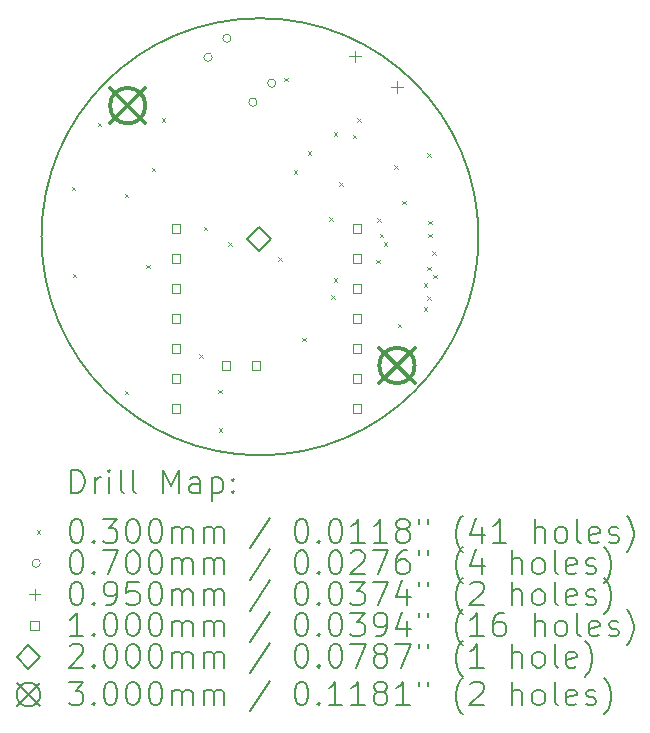
<source format=gbr>
%TF.GenerationSoftware,KiCad,Pcbnew,8.0.1*%
%TF.CreationDate,2024-05-06T20:27:05+02:00*%
%TF.ProjectId,SenseLoraCAM,53656e73-654c-46f7-9261-43414d2e6b69,rev?*%
%TF.SameCoordinates,Original*%
%TF.FileFunction,Drillmap*%
%TF.FilePolarity,Positive*%
%FSLAX45Y45*%
G04 Gerber Fmt 4.5, Leading zero omitted, Abs format (unit mm)*
G04 Created by KiCad (PCBNEW 8.0.1) date 2024-05-06 20:27:05*
%MOMM*%
%LPD*%
G01*
G04 APERTURE LIST*
%ADD10C,0.200000*%
%ADD11C,0.100000*%
%ADD12C,0.300000*%
G04 APERTURE END LIST*
D10*
X13250000Y-7970000D02*
G75*
G02*
X9550000Y-7970000I-1850000J0D01*
G01*
X9550000Y-7970000D02*
G75*
G02*
X13250000Y-7970000I1850000J0D01*
G01*
D11*
X9805000Y-7545000D02*
X9835000Y-7575000D01*
X9835000Y-7545000D02*
X9805000Y-7575000D01*
X9815000Y-8285000D02*
X9845000Y-8315000D01*
X9845000Y-8285000D02*
X9815000Y-8315000D01*
X10025000Y-7005000D02*
X10055000Y-7035000D01*
X10055000Y-7005000D02*
X10025000Y-7035000D01*
X10255000Y-7605000D02*
X10285000Y-7635000D01*
X10285000Y-7605000D02*
X10255000Y-7635000D01*
X10255000Y-9275000D02*
X10285000Y-9305000D01*
X10285000Y-9275000D02*
X10255000Y-9305000D01*
X10435000Y-8205000D02*
X10465000Y-8235000D01*
X10465000Y-8205000D02*
X10435000Y-8235000D01*
X10485000Y-7385000D02*
X10515000Y-7415000D01*
X10515000Y-7385000D02*
X10485000Y-7415000D01*
X10570000Y-6965000D02*
X10600000Y-6995000D01*
X10600000Y-6965000D02*
X10570000Y-6995000D01*
X10885000Y-8965000D02*
X10915000Y-8995000D01*
X10915000Y-8965000D02*
X10885000Y-8995000D01*
X10925000Y-7885000D02*
X10955000Y-7915000D01*
X10955000Y-7885000D02*
X10925000Y-7915000D01*
X11045000Y-9265000D02*
X11075000Y-9295000D01*
X11075000Y-9265000D02*
X11045000Y-9295000D01*
X11050679Y-9589800D02*
X11080679Y-9619800D01*
X11080679Y-9589800D02*
X11050679Y-9619800D01*
X11130000Y-8018000D02*
X11160000Y-8048000D01*
X11160000Y-8018000D02*
X11130000Y-8048000D01*
X11555000Y-8145000D02*
X11585000Y-8175000D01*
X11585000Y-8145000D02*
X11555000Y-8175000D01*
X11605000Y-6625000D02*
X11635000Y-6655000D01*
X11635000Y-6625000D02*
X11605000Y-6655000D01*
X11685000Y-7405000D02*
X11715000Y-7435000D01*
X11715000Y-7405000D02*
X11685000Y-7435000D01*
X11757500Y-8825000D02*
X11787500Y-8855000D01*
X11787500Y-8825000D02*
X11757500Y-8855000D01*
X11805000Y-7245000D02*
X11835000Y-7275000D01*
X11835000Y-7245000D02*
X11805000Y-7275000D01*
X11985000Y-7805000D02*
X12015000Y-7835000D01*
X12015000Y-7805000D02*
X11985000Y-7835000D01*
X12005000Y-8465000D02*
X12035000Y-8495000D01*
X12035000Y-8465000D02*
X12005000Y-8495000D01*
X12025000Y-7085000D02*
X12055000Y-7115000D01*
X12055000Y-7085000D02*
X12025000Y-7115000D01*
X12025000Y-8320000D02*
X12055000Y-8350000D01*
X12055000Y-8320000D02*
X12025000Y-8350000D01*
X12070000Y-7510000D02*
X12100000Y-7540000D01*
X12100000Y-7510000D02*
X12070000Y-7540000D01*
X12185000Y-7105000D02*
X12215000Y-7135000D01*
X12215000Y-7105000D02*
X12185000Y-7135000D01*
X12225000Y-6965000D02*
X12255000Y-6995000D01*
X12255000Y-6965000D02*
X12225000Y-6995000D01*
X12385000Y-8165000D02*
X12415000Y-8195000D01*
X12415000Y-8165000D02*
X12385000Y-8195000D01*
X12395000Y-7815000D02*
X12425000Y-7845000D01*
X12425000Y-7815000D02*
X12395000Y-7845000D01*
X12415000Y-7945000D02*
X12445000Y-7975000D01*
X12445000Y-7945000D02*
X12415000Y-7975000D01*
X12446514Y-8018532D02*
X12476514Y-8048532D01*
X12476514Y-8018532D02*
X12446514Y-8048532D01*
X12535000Y-7365000D02*
X12565000Y-7395000D01*
X12565000Y-7365000D02*
X12535000Y-7395000D01*
X12565000Y-8705000D02*
X12595000Y-8735000D01*
X12595000Y-8705000D02*
X12565000Y-8735000D01*
X12605000Y-7665000D02*
X12635000Y-7695000D01*
X12635000Y-7665000D02*
X12605000Y-7695000D01*
X12785000Y-8365000D02*
X12815000Y-8395000D01*
X12815000Y-8365000D02*
X12785000Y-8395000D01*
X12785000Y-8565000D02*
X12815000Y-8595000D01*
X12815000Y-8565000D02*
X12785000Y-8595000D01*
X12815000Y-7265000D02*
X12845000Y-7295000D01*
X12845000Y-7265000D02*
X12815000Y-7295000D01*
X12815000Y-8225000D02*
X12845000Y-8255000D01*
X12845000Y-8225000D02*
X12815000Y-8255000D01*
X12815000Y-8475000D02*
X12845000Y-8505000D01*
X12845000Y-8475000D02*
X12815000Y-8505000D01*
X12823750Y-7833750D02*
X12853750Y-7863750D01*
X12853750Y-7833750D02*
X12823750Y-7863750D01*
X12825000Y-7945000D02*
X12855000Y-7975000D01*
X12855000Y-7945000D02*
X12825000Y-7975000D01*
X12859038Y-8090962D02*
X12889038Y-8120962D01*
X12889038Y-8090962D02*
X12859038Y-8120962D01*
X12865000Y-8290000D02*
X12895000Y-8320000D01*
X12895000Y-8290000D02*
X12865000Y-8320000D01*
X10995000Y-6450000D02*
G75*
G02*
X10925000Y-6450000I-35000J0D01*
G01*
X10925000Y-6450000D02*
G75*
G02*
X10995000Y-6450000I35000J0D01*
G01*
X11155000Y-6290000D02*
G75*
G02*
X11085000Y-6290000I-35000J0D01*
G01*
X11085000Y-6290000D02*
G75*
G02*
X11155000Y-6290000I35000J0D01*
G01*
X11375000Y-6830000D02*
G75*
G02*
X11305000Y-6830000I-35000J0D01*
G01*
X11305000Y-6830000D02*
G75*
G02*
X11375000Y-6830000I35000J0D01*
G01*
X11535000Y-6670000D02*
G75*
G02*
X11465000Y-6670000I-35000J0D01*
G01*
X11465000Y-6670000D02*
G75*
G02*
X11535000Y-6670000I35000J0D01*
G01*
X12203635Y-6395729D02*
X12203635Y-6490729D01*
X12156135Y-6443229D02*
X12251135Y-6443229D01*
X12559603Y-6654354D02*
X12559603Y-6749354D01*
X12512103Y-6701854D02*
X12607103Y-6701854D01*
X10725356Y-7935356D02*
X10725356Y-7864644D01*
X10654644Y-7864644D01*
X10654644Y-7935356D01*
X10725356Y-7935356D01*
X10725356Y-8189356D02*
X10725356Y-8118644D01*
X10654644Y-8118644D01*
X10654644Y-8189356D01*
X10725356Y-8189356D01*
X10725356Y-8443356D02*
X10725356Y-8372644D01*
X10654644Y-8372644D01*
X10654644Y-8443356D01*
X10725356Y-8443356D01*
X10725356Y-8697356D02*
X10725356Y-8626644D01*
X10654644Y-8626644D01*
X10654644Y-8697356D01*
X10725356Y-8697356D01*
X10725356Y-8951356D02*
X10725356Y-8880644D01*
X10654644Y-8880644D01*
X10654644Y-8951356D01*
X10725356Y-8951356D01*
X10725356Y-9205356D02*
X10725356Y-9134644D01*
X10654644Y-9134644D01*
X10654644Y-9205356D01*
X10725356Y-9205356D01*
X10725356Y-9459356D02*
X10725356Y-9388644D01*
X10654644Y-9388644D01*
X10654644Y-9459356D01*
X10725356Y-9459356D01*
X11148856Y-9095356D02*
X11148856Y-9024644D01*
X11078144Y-9024644D01*
X11078144Y-9095356D01*
X11148856Y-9095356D01*
X11402856Y-9095356D02*
X11402856Y-9024644D01*
X11332144Y-9024644D01*
X11332144Y-9095356D01*
X11402856Y-9095356D01*
X12255356Y-7935356D02*
X12255356Y-7864644D01*
X12184644Y-7864644D01*
X12184644Y-7935356D01*
X12255356Y-7935356D01*
X12255356Y-8189356D02*
X12255356Y-8118644D01*
X12184644Y-8118644D01*
X12184644Y-8189356D01*
X12255356Y-8189356D01*
X12255356Y-8443356D02*
X12255356Y-8372644D01*
X12184644Y-8372644D01*
X12184644Y-8443356D01*
X12255356Y-8443356D01*
X12255356Y-8697356D02*
X12255356Y-8626644D01*
X12184644Y-8626644D01*
X12184644Y-8697356D01*
X12255356Y-8697356D01*
X12255356Y-8951356D02*
X12255356Y-8880644D01*
X12184644Y-8880644D01*
X12184644Y-8951356D01*
X12255356Y-8951356D01*
X12255356Y-9205356D02*
X12255356Y-9134644D01*
X12184644Y-9134644D01*
X12184644Y-9205356D01*
X12255356Y-9205356D01*
X12255356Y-9459356D02*
X12255356Y-9388644D01*
X12184644Y-9388644D01*
X12184644Y-9459356D01*
X12255356Y-9459356D01*
D10*
X11390000Y-8090000D02*
X11490000Y-7990000D01*
X11390000Y-7890000D01*
X11290000Y-7990000D01*
X11390000Y-8090000D01*
D12*
X10130000Y-6710000D02*
X10430000Y-7010000D01*
X10430000Y-6710000D02*
X10130000Y-7010000D01*
X10430000Y-6860000D02*
G75*
G02*
X10130000Y-6860000I-150000J0D01*
G01*
X10130000Y-6860000D02*
G75*
G02*
X10430000Y-6860000I150000J0D01*
G01*
X12410000Y-8910000D02*
X12710000Y-9210000D01*
X12710000Y-8910000D02*
X12410000Y-9210000D01*
X12710000Y-9060000D02*
G75*
G02*
X12410000Y-9060000I-150000J0D01*
G01*
X12410000Y-9060000D02*
G75*
G02*
X12710000Y-9060000I150000J0D01*
G01*
D10*
X9800777Y-10141484D02*
X9800777Y-9941484D01*
X9800777Y-9941484D02*
X9848396Y-9941484D01*
X9848396Y-9941484D02*
X9876967Y-9951008D01*
X9876967Y-9951008D02*
X9896015Y-9970055D01*
X9896015Y-9970055D02*
X9905539Y-9989103D01*
X9905539Y-9989103D02*
X9915063Y-10027198D01*
X9915063Y-10027198D02*
X9915063Y-10055770D01*
X9915063Y-10055770D02*
X9905539Y-10093865D01*
X9905539Y-10093865D02*
X9896015Y-10112912D01*
X9896015Y-10112912D02*
X9876967Y-10131960D01*
X9876967Y-10131960D02*
X9848396Y-10141484D01*
X9848396Y-10141484D02*
X9800777Y-10141484D01*
X10000777Y-10141484D02*
X10000777Y-10008150D01*
X10000777Y-10046246D02*
X10010301Y-10027198D01*
X10010301Y-10027198D02*
X10019824Y-10017674D01*
X10019824Y-10017674D02*
X10038872Y-10008150D01*
X10038872Y-10008150D02*
X10057920Y-10008150D01*
X10124586Y-10141484D02*
X10124586Y-10008150D01*
X10124586Y-9941484D02*
X10115063Y-9951008D01*
X10115063Y-9951008D02*
X10124586Y-9960531D01*
X10124586Y-9960531D02*
X10134110Y-9951008D01*
X10134110Y-9951008D02*
X10124586Y-9941484D01*
X10124586Y-9941484D02*
X10124586Y-9960531D01*
X10248396Y-10141484D02*
X10229348Y-10131960D01*
X10229348Y-10131960D02*
X10219824Y-10112912D01*
X10219824Y-10112912D02*
X10219824Y-9941484D01*
X10353158Y-10141484D02*
X10334110Y-10131960D01*
X10334110Y-10131960D02*
X10324586Y-10112912D01*
X10324586Y-10112912D02*
X10324586Y-9941484D01*
X10581729Y-10141484D02*
X10581729Y-9941484D01*
X10581729Y-9941484D02*
X10648396Y-10084341D01*
X10648396Y-10084341D02*
X10715063Y-9941484D01*
X10715063Y-9941484D02*
X10715063Y-10141484D01*
X10896015Y-10141484D02*
X10896015Y-10036722D01*
X10896015Y-10036722D02*
X10886491Y-10017674D01*
X10886491Y-10017674D02*
X10867444Y-10008150D01*
X10867444Y-10008150D02*
X10829348Y-10008150D01*
X10829348Y-10008150D02*
X10810301Y-10017674D01*
X10896015Y-10131960D02*
X10876967Y-10141484D01*
X10876967Y-10141484D02*
X10829348Y-10141484D01*
X10829348Y-10141484D02*
X10810301Y-10131960D01*
X10810301Y-10131960D02*
X10800777Y-10112912D01*
X10800777Y-10112912D02*
X10800777Y-10093865D01*
X10800777Y-10093865D02*
X10810301Y-10074817D01*
X10810301Y-10074817D02*
X10829348Y-10065293D01*
X10829348Y-10065293D02*
X10876967Y-10065293D01*
X10876967Y-10065293D02*
X10896015Y-10055770D01*
X10991253Y-10008150D02*
X10991253Y-10208150D01*
X10991253Y-10017674D02*
X11010301Y-10008150D01*
X11010301Y-10008150D02*
X11048396Y-10008150D01*
X11048396Y-10008150D02*
X11067444Y-10017674D01*
X11067444Y-10017674D02*
X11076967Y-10027198D01*
X11076967Y-10027198D02*
X11086491Y-10046246D01*
X11086491Y-10046246D02*
X11086491Y-10103389D01*
X11086491Y-10103389D02*
X11076967Y-10122436D01*
X11076967Y-10122436D02*
X11067444Y-10131960D01*
X11067444Y-10131960D02*
X11048396Y-10141484D01*
X11048396Y-10141484D02*
X11010301Y-10141484D01*
X11010301Y-10141484D02*
X10991253Y-10131960D01*
X11172205Y-10122436D02*
X11181729Y-10131960D01*
X11181729Y-10131960D02*
X11172205Y-10141484D01*
X11172205Y-10141484D02*
X11162682Y-10131960D01*
X11162682Y-10131960D02*
X11172205Y-10122436D01*
X11172205Y-10122436D02*
X11172205Y-10141484D01*
X11172205Y-10017674D02*
X11181729Y-10027198D01*
X11181729Y-10027198D02*
X11172205Y-10036722D01*
X11172205Y-10036722D02*
X11162682Y-10027198D01*
X11162682Y-10027198D02*
X11172205Y-10017674D01*
X11172205Y-10017674D02*
X11172205Y-10036722D01*
D11*
X9510000Y-10455000D02*
X9540000Y-10485000D01*
X9540000Y-10455000D02*
X9510000Y-10485000D01*
D10*
X9838872Y-10361484D02*
X9857920Y-10361484D01*
X9857920Y-10361484D02*
X9876967Y-10371008D01*
X9876967Y-10371008D02*
X9886491Y-10380531D01*
X9886491Y-10380531D02*
X9896015Y-10399579D01*
X9896015Y-10399579D02*
X9905539Y-10437674D01*
X9905539Y-10437674D02*
X9905539Y-10485293D01*
X9905539Y-10485293D02*
X9896015Y-10523389D01*
X9896015Y-10523389D02*
X9886491Y-10542436D01*
X9886491Y-10542436D02*
X9876967Y-10551960D01*
X9876967Y-10551960D02*
X9857920Y-10561484D01*
X9857920Y-10561484D02*
X9838872Y-10561484D01*
X9838872Y-10561484D02*
X9819824Y-10551960D01*
X9819824Y-10551960D02*
X9810301Y-10542436D01*
X9810301Y-10542436D02*
X9800777Y-10523389D01*
X9800777Y-10523389D02*
X9791253Y-10485293D01*
X9791253Y-10485293D02*
X9791253Y-10437674D01*
X9791253Y-10437674D02*
X9800777Y-10399579D01*
X9800777Y-10399579D02*
X9810301Y-10380531D01*
X9810301Y-10380531D02*
X9819824Y-10371008D01*
X9819824Y-10371008D02*
X9838872Y-10361484D01*
X9991253Y-10542436D02*
X10000777Y-10551960D01*
X10000777Y-10551960D02*
X9991253Y-10561484D01*
X9991253Y-10561484D02*
X9981729Y-10551960D01*
X9981729Y-10551960D02*
X9991253Y-10542436D01*
X9991253Y-10542436D02*
X9991253Y-10561484D01*
X10067444Y-10361484D02*
X10191253Y-10361484D01*
X10191253Y-10361484D02*
X10124586Y-10437674D01*
X10124586Y-10437674D02*
X10153158Y-10437674D01*
X10153158Y-10437674D02*
X10172205Y-10447198D01*
X10172205Y-10447198D02*
X10181729Y-10456722D01*
X10181729Y-10456722D02*
X10191253Y-10475770D01*
X10191253Y-10475770D02*
X10191253Y-10523389D01*
X10191253Y-10523389D02*
X10181729Y-10542436D01*
X10181729Y-10542436D02*
X10172205Y-10551960D01*
X10172205Y-10551960D02*
X10153158Y-10561484D01*
X10153158Y-10561484D02*
X10096015Y-10561484D01*
X10096015Y-10561484D02*
X10076967Y-10551960D01*
X10076967Y-10551960D02*
X10067444Y-10542436D01*
X10315063Y-10361484D02*
X10334110Y-10361484D01*
X10334110Y-10361484D02*
X10353158Y-10371008D01*
X10353158Y-10371008D02*
X10362682Y-10380531D01*
X10362682Y-10380531D02*
X10372205Y-10399579D01*
X10372205Y-10399579D02*
X10381729Y-10437674D01*
X10381729Y-10437674D02*
X10381729Y-10485293D01*
X10381729Y-10485293D02*
X10372205Y-10523389D01*
X10372205Y-10523389D02*
X10362682Y-10542436D01*
X10362682Y-10542436D02*
X10353158Y-10551960D01*
X10353158Y-10551960D02*
X10334110Y-10561484D01*
X10334110Y-10561484D02*
X10315063Y-10561484D01*
X10315063Y-10561484D02*
X10296015Y-10551960D01*
X10296015Y-10551960D02*
X10286491Y-10542436D01*
X10286491Y-10542436D02*
X10276967Y-10523389D01*
X10276967Y-10523389D02*
X10267444Y-10485293D01*
X10267444Y-10485293D02*
X10267444Y-10437674D01*
X10267444Y-10437674D02*
X10276967Y-10399579D01*
X10276967Y-10399579D02*
X10286491Y-10380531D01*
X10286491Y-10380531D02*
X10296015Y-10371008D01*
X10296015Y-10371008D02*
X10315063Y-10361484D01*
X10505539Y-10361484D02*
X10524586Y-10361484D01*
X10524586Y-10361484D02*
X10543634Y-10371008D01*
X10543634Y-10371008D02*
X10553158Y-10380531D01*
X10553158Y-10380531D02*
X10562682Y-10399579D01*
X10562682Y-10399579D02*
X10572205Y-10437674D01*
X10572205Y-10437674D02*
X10572205Y-10485293D01*
X10572205Y-10485293D02*
X10562682Y-10523389D01*
X10562682Y-10523389D02*
X10553158Y-10542436D01*
X10553158Y-10542436D02*
X10543634Y-10551960D01*
X10543634Y-10551960D02*
X10524586Y-10561484D01*
X10524586Y-10561484D02*
X10505539Y-10561484D01*
X10505539Y-10561484D02*
X10486491Y-10551960D01*
X10486491Y-10551960D02*
X10476967Y-10542436D01*
X10476967Y-10542436D02*
X10467444Y-10523389D01*
X10467444Y-10523389D02*
X10457920Y-10485293D01*
X10457920Y-10485293D02*
X10457920Y-10437674D01*
X10457920Y-10437674D02*
X10467444Y-10399579D01*
X10467444Y-10399579D02*
X10476967Y-10380531D01*
X10476967Y-10380531D02*
X10486491Y-10371008D01*
X10486491Y-10371008D02*
X10505539Y-10361484D01*
X10657920Y-10561484D02*
X10657920Y-10428150D01*
X10657920Y-10447198D02*
X10667444Y-10437674D01*
X10667444Y-10437674D02*
X10686491Y-10428150D01*
X10686491Y-10428150D02*
X10715063Y-10428150D01*
X10715063Y-10428150D02*
X10734110Y-10437674D01*
X10734110Y-10437674D02*
X10743634Y-10456722D01*
X10743634Y-10456722D02*
X10743634Y-10561484D01*
X10743634Y-10456722D02*
X10753158Y-10437674D01*
X10753158Y-10437674D02*
X10772205Y-10428150D01*
X10772205Y-10428150D02*
X10800777Y-10428150D01*
X10800777Y-10428150D02*
X10819825Y-10437674D01*
X10819825Y-10437674D02*
X10829348Y-10456722D01*
X10829348Y-10456722D02*
X10829348Y-10561484D01*
X10924586Y-10561484D02*
X10924586Y-10428150D01*
X10924586Y-10447198D02*
X10934110Y-10437674D01*
X10934110Y-10437674D02*
X10953158Y-10428150D01*
X10953158Y-10428150D02*
X10981729Y-10428150D01*
X10981729Y-10428150D02*
X11000777Y-10437674D01*
X11000777Y-10437674D02*
X11010301Y-10456722D01*
X11010301Y-10456722D02*
X11010301Y-10561484D01*
X11010301Y-10456722D02*
X11019825Y-10437674D01*
X11019825Y-10437674D02*
X11038872Y-10428150D01*
X11038872Y-10428150D02*
X11067444Y-10428150D01*
X11067444Y-10428150D02*
X11086491Y-10437674D01*
X11086491Y-10437674D02*
X11096015Y-10456722D01*
X11096015Y-10456722D02*
X11096015Y-10561484D01*
X11486491Y-10351960D02*
X11315063Y-10609103D01*
X11743634Y-10361484D02*
X11762682Y-10361484D01*
X11762682Y-10361484D02*
X11781729Y-10371008D01*
X11781729Y-10371008D02*
X11791253Y-10380531D01*
X11791253Y-10380531D02*
X11800777Y-10399579D01*
X11800777Y-10399579D02*
X11810301Y-10437674D01*
X11810301Y-10437674D02*
X11810301Y-10485293D01*
X11810301Y-10485293D02*
X11800777Y-10523389D01*
X11800777Y-10523389D02*
X11791253Y-10542436D01*
X11791253Y-10542436D02*
X11781729Y-10551960D01*
X11781729Y-10551960D02*
X11762682Y-10561484D01*
X11762682Y-10561484D02*
X11743634Y-10561484D01*
X11743634Y-10561484D02*
X11724586Y-10551960D01*
X11724586Y-10551960D02*
X11715063Y-10542436D01*
X11715063Y-10542436D02*
X11705539Y-10523389D01*
X11705539Y-10523389D02*
X11696015Y-10485293D01*
X11696015Y-10485293D02*
X11696015Y-10437674D01*
X11696015Y-10437674D02*
X11705539Y-10399579D01*
X11705539Y-10399579D02*
X11715063Y-10380531D01*
X11715063Y-10380531D02*
X11724586Y-10371008D01*
X11724586Y-10371008D02*
X11743634Y-10361484D01*
X11896015Y-10542436D02*
X11905539Y-10551960D01*
X11905539Y-10551960D02*
X11896015Y-10561484D01*
X11896015Y-10561484D02*
X11886491Y-10551960D01*
X11886491Y-10551960D02*
X11896015Y-10542436D01*
X11896015Y-10542436D02*
X11896015Y-10561484D01*
X12029348Y-10361484D02*
X12048396Y-10361484D01*
X12048396Y-10361484D02*
X12067444Y-10371008D01*
X12067444Y-10371008D02*
X12076967Y-10380531D01*
X12076967Y-10380531D02*
X12086491Y-10399579D01*
X12086491Y-10399579D02*
X12096015Y-10437674D01*
X12096015Y-10437674D02*
X12096015Y-10485293D01*
X12096015Y-10485293D02*
X12086491Y-10523389D01*
X12086491Y-10523389D02*
X12076967Y-10542436D01*
X12076967Y-10542436D02*
X12067444Y-10551960D01*
X12067444Y-10551960D02*
X12048396Y-10561484D01*
X12048396Y-10561484D02*
X12029348Y-10561484D01*
X12029348Y-10561484D02*
X12010301Y-10551960D01*
X12010301Y-10551960D02*
X12000777Y-10542436D01*
X12000777Y-10542436D02*
X11991253Y-10523389D01*
X11991253Y-10523389D02*
X11981729Y-10485293D01*
X11981729Y-10485293D02*
X11981729Y-10437674D01*
X11981729Y-10437674D02*
X11991253Y-10399579D01*
X11991253Y-10399579D02*
X12000777Y-10380531D01*
X12000777Y-10380531D02*
X12010301Y-10371008D01*
X12010301Y-10371008D02*
X12029348Y-10361484D01*
X12286491Y-10561484D02*
X12172206Y-10561484D01*
X12229348Y-10561484D02*
X12229348Y-10361484D01*
X12229348Y-10361484D02*
X12210301Y-10390055D01*
X12210301Y-10390055D02*
X12191253Y-10409103D01*
X12191253Y-10409103D02*
X12172206Y-10418627D01*
X12476967Y-10561484D02*
X12362682Y-10561484D01*
X12419825Y-10561484D02*
X12419825Y-10361484D01*
X12419825Y-10361484D02*
X12400777Y-10390055D01*
X12400777Y-10390055D02*
X12381729Y-10409103D01*
X12381729Y-10409103D02*
X12362682Y-10418627D01*
X12591253Y-10447198D02*
X12572206Y-10437674D01*
X12572206Y-10437674D02*
X12562682Y-10428150D01*
X12562682Y-10428150D02*
X12553158Y-10409103D01*
X12553158Y-10409103D02*
X12553158Y-10399579D01*
X12553158Y-10399579D02*
X12562682Y-10380531D01*
X12562682Y-10380531D02*
X12572206Y-10371008D01*
X12572206Y-10371008D02*
X12591253Y-10361484D01*
X12591253Y-10361484D02*
X12629348Y-10361484D01*
X12629348Y-10361484D02*
X12648396Y-10371008D01*
X12648396Y-10371008D02*
X12657920Y-10380531D01*
X12657920Y-10380531D02*
X12667444Y-10399579D01*
X12667444Y-10399579D02*
X12667444Y-10409103D01*
X12667444Y-10409103D02*
X12657920Y-10428150D01*
X12657920Y-10428150D02*
X12648396Y-10437674D01*
X12648396Y-10437674D02*
X12629348Y-10447198D01*
X12629348Y-10447198D02*
X12591253Y-10447198D01*
X12591253Y-10447198D02*
X12572206Y-10456722D01*
X12572206Y-10456722D02*
X12562682Y-10466246D01*
X12562682Y-10466246D02*
X12553158Y-10485293D01*
X12553158Y-10485293D02*
X12553158Y-10523389D01*
X12553158Y-10523389D02*
X12562682Y-10542436D01*
X12562682Y-10542436D02*
X12572206Y-10551960D01*
X12572206Y-10551960D02*
X12591253Y-10561484D01*
X12591253Y-10561484D02*
X12629348Y-10561484D01*
X12629348Y-10561484D02*
X12648396Y-10551960D01*
X12648396Y-10551960D02*
X12657920Y-10542436D01*
X12657920Y-10542436D02*
X12667444Y-10523389D01*
X12667444Y-10523389D02*
X12667444Y-10485293D01*
X12667444Y-10485293D02*
X12657920Y-10466246D01*
X12657920Y-10466246D02*
X12648396Y-10456722D01*
X12648396Y-10456722D02*
X12629348Y-10447198D01*
X12743634Y-10361484D02*
X12743634Y-10399579D01*
X12819825Y-10361484D02*
X12819825Y-10399579D01*
X13115063Y-10637674D02*
X13105539Y-10628150D01*
X13105539Y-10628150D02*
X13086491Y-10599579D01*
X13086491Y-10599579D02*
X13076968Y-10580531D01*
X13076968Y-10580531D02*
X13067444Y-10551960D01*
X13067444Y-10551960D02*
X13057920Y-10504341D01*
X13057920Y-10504341D02*
X13057920Y-10466246D01*
X13057920Y-10466246D02*
X13067444Y-10418627D01*
X13067444Y-10418627D02*
X13076968Y-10390055D01*
X13076968Y-10390055D02*
X13086491Y-10371008D01*
X13086491Y-10371008D02*
X13105539Y-10342436D01*
X13105539Y-10342436D02*
X13115063Y-10332912D01*
X13276968Y-10428150D02*
X13276968Y-10561484D01*
X13229348Y-10351960D02*
X13181729Y-10494817D01*
X13181729Y-10494817D02*
X13305539Y-10494817D01*
X13486491Y-10561484D02*
X13372206Y-10561484D01*
X13429348Y-10561484D02*
X13429348Y-10361484D01*
X13429348Y-10361484D02*
X13410301Y-10390055D01*
X13410301Y-10390055D02*
X13391253Y-10409103D01*
X13391253Y-10409103D02*
X13372206Y-10418627D01*
X13724587Y-10561484D02*
X13724587Y-10361484D01*
X13810301Y-10561484D02*
X13810301Y-10456722D01*
X13810301Y-10456722D02*
X13800777Y-10437674D01*
X13800777Y-10437674D02*
X13781730Y-10428150D01*
X13781730Y-10428150D02*
X13753158Y-10428150D01*
X13753158Y-10428150D02*
X13734110Y-10437674D01*
X13734110Y-10437674D02*
X13724587Y-10447198D01*
X13934110Y-10561484D02*
X13915063Y-10551960D01*
X13915063Y-10551960D02*
X13905539Y-10542436D01*
X13905539Y-10542436D02*
X13896015Y-10523389D01*
X13896015Y-10523389D02*
X13896015Y-10466246D01*
X13896015Y-10466246D02*
X13905539Y-10447198D01*
X13905539Y-10447198D02*
X13915063Y-10437674D01*
X13915063Y-10437674D02*
X13934110Y-10428150D01*
X13934110Y-10428150D02*
X13962682Y-10428150D01*
X13962682Y-10428150D02*
X13981730Y-10437674D01*
X13981730Y-10437674D02*
X13991253Y-10447198D01*
X13991253Y-10447198D02*
X14000777Y-10466246D01*
X14000777Y-10466246D02*
X14000777Y-10523389D01*
X14000777Y-10523389D02*
X13991253Y-10542436D01*
X13991253Y-10542436D02*
X13981730Y-10551960D01*
X13981730Y-10551960D02*
X13962682Y-10561484D01*
X13962682Y-10561484D02*
X13934110Y-10561484D01*
X14115063Y-10561484D02*
X14096015Y-10551960D01*
X14096015Y-10551960D02*
X14086491Y-10532912D01*
X14086491Y-10532912D02*
X14086491Y-10361484D01*
X14267444Y-10551960D02*
X14248396Y-10561484D01*
X14248396Y-10561484D02*
X14210301Y-10561484D01*
X14210301Y-10561484D02*
X14191253Y-10551960D01*
X14191253Y-10551960D02*
X14181730Y-10532912D01*
X14181730Y-10532912D02*
X14181730Y-10456722D01*
X14181730Y-10456722D02*
X14191253Y-10437674D01*
X14191253Y-10437674D02*
X14210301Y-10428150D01*
X14210301Y-10428150D02*
X14248396Y-10428150D01*
X14248396Y-10428150D02*
X14267444Y-10437674D01*
X14267444Y-10437674D02*
X14276968Y-10456722D01*
X14276968Y-10456722D02*
X14276968Y-10475770D01*
X14276968Y-10475770D02*
X14181730Y-10494817D01*
X14353158Y-10551960D02*
X14372206Y-10561484D01*
X14372206Y-10561484D02*
X14410301Y-10561484D01*
X14410301Y-10561484D02*
X14429349Y-10551960D01*
X14429349Y-10551960D02*
X14438872Y-10532912D01*
X14438872Y-10532912D02*
X14438872Y-10523389D01*
X14438872Y-10523389D02*
X14429349Y-10504341D01*
X14429349Y-10504341D02*
X14410301Y-10494817D01*
X14410301Y-10494817D02*
X14381730Y-10494817D01*
X14381730Y-10494817D02*
X14362682Y-10485293D01*
X14362682Y-10485293D02*
X14353158Y-10466246D01*
X14353158Y-10466246D02*
X14353158Y-10456722D01*
X14353158Y-10456722D02*
X14362682Y-10437674D01*
X14362682Y-10437674D02*
X14381730Y-10428150D01*
X14381730Y-10428150D02*
X14410301Y-10428150D01*
X14410301Y-10428150D02*
X14429349Y-10437674D01*
X14505539Y-10637674D02*
X14515063Y-10628150D01*
X14515063Y-10628150D02*
X14534111Y-10599579D01*
X14534111Y-10599579D02*
X14543634Y-10580531D01*
X14543634Y-10580531D02*
X14553158Y-10551960D01*
X14553158Y-10551960D02*
X14562682Y-10504341D01*
X14562682Y-10504341D02*
X14562682Y-10466246D01*
X14562682Y-10466246D02*
X14553158Y-10418627D01*
X14553158Y-10418627D02*
X14543634Y-10390055D01*
X14543634Y-10390055D02*
X14534111Y-10371008D01*
X14534111Y-10371008D02*
X14515063Y-10342436D01*
X14515063Y-10342436D02*
X14505539Y-10332912D01*
D11*
X9540000Y-10734000D02*
G75*
G02*
X9470000Y-10734000I-35000J0D01*
G01*
X9470000Y-10734000D02*
G75*
G02*
X9540000Y-10734000I35000J0D01*
G01*
D10*
X9838872Y-10625484D02*
X9857920Y-10625484D01*
X9857920Y-10625484D02*
X9876967Y-10635008D01*
X9876967Y-10635008D02*
X9886491Y-10644531D01*
X9886491Y-10644531D02*
X9896015Y-10663579D01*
X9896015Y-10663579D02*
X9905539Y-10701674D01*
X9905539Y-10701674D02*
X9905539Y-10749293D01*
X9905539Y-10749293D02*
X9896015Y-10787389D01*
X9896015Y-10787389D02*
X9886491Y-10806436D01*
X9886491Y-10806436D02*
X9876967Y-10815960D01*
X9876967Y-10815960D02*
X9857920Y-10825484D01*
X9857920Y-10825484D02*
X9838872Y-10825484D01*
X9838872Y-10825484D02*
X9819824Y-10815960D01*
X9819824Y-10815960D02*
X9810301Y-10806436D01*
X9810301Y-10806436D02*
X9800777Y-10787389D01*
X9800777Y-10787389D02*
X9791253Y-10749293D01*
X9791253Y-10749293D02*
X9791253Y-10701674D01*
X9791253Y-10701674D02*
X9800777Y-10663579D01*
X9800777Y-10663579D02*
X9810301Y-10644531D01*
X9810301Y-10644531D02*
X9819824Y-10635008D01*
X9819824Y-10635008D02*
X9838872Y-10625484D01*
X9991253Y-10806436D02*
X10000777Y-10815960D01*
X10000777Y-10815960D02*
X9991253Y-10825484D01*
X9991253Y-10825484D02*
X9981729Y-10815960D01*
X9981729Y-10815960D02*
X9991253Y-10806436D01*
X9991253Y-10806436D02*
X9991253Y-10825484D01*
X10067444Y-10625484D02*
X10200777Y-10625484D01*
X10200777Y-10625484D02*
X10115063Y-10825484D01*
X10315063Y-10625484D02*
X10334110Y-10625484D01*
X10334110Y-10625484D02*
X10353158Y-10635008D01*
X10353158Y-10635008D02*
X10362682Y-10644531D01*
X10362682Y-10644531D02*
X10372205Y-10663579D01*
X10372205Y-10663579D02*
X10381729Y-10701674D01*
X10381729Y-10701674D02*
X10381729Y-10749293D01*
X10381729Y-10749293D02*
X10372205Y-10787389D01*
X10372205Y-10787389D02*
X10362682Y-10806436D01*
X10362682Y-10806436D02*
X10353158Y-10815960D01*
X10353158Y-10815960D02*
X10334110Y-10825484D01*
X10334110Y-10825484D02*
X10315063Y-10825484D01*
X10315063Y-10825484D02*
X10296015Y-10815960D01*
X10296015Y-10815960D02*
X10286491Y-10806436D01*
X10286491Y-10806436D02*
X10276967Y-10787389D01*
X10276967Y-10787389D02*
X10267444Y-10749293D01*
X10267444Y-10749293D02*
X10267444Y-10701674D01*
X10267444Y-10701674D02*
X10276967Y-10663579D01*
X10276967Y-10663579D02*
X10286491Y-10644531D01*
X10286491Y-10644531D02*
X10296015Y-10635008D01*
X10296015Y-10635008D02*
X10315063Y-10625484D01*
X10505539Y-10625484D02*
X10524586Y-10625484D01*
X10524586Y-10625484D02*
X10543634Y-10635008D01*
X10543634Y-10635008D02*
X10553158Y-10644531D01*
X10553158Y-10644531D02*
X10562682Y-10663579D01*
X10562682Y-10663579D02*
X10572205Y-10701674D01*
X10572205Y-10701674D02*
X10572205Y-10749293D01*
X10572205Y-10749293D02*
X10562682Y-10787389D01*
X10562682Y-10787389D02*
X10553158Y-10806436D01*
X10553158Y-10806436D02*
X10543634Y-10815960D01*
X10543634Y-10815960D02*
X10524586Y-10825484D01*
X10524586Y-10825484D02*
X10505539Y-10825484D01*
X10505539Y-10825484D02*
X10486491Y-10815960D01*
X10486491Y-10815960D02*
X10476967Y-10806436D01*
X10476967Y-10806436D02*
X10467444Y-10787389D01*
X10467444Y-10787389D02*
X10457920Y-10749293D01*
X10457920Y-10749293D02*
X10457920Y-10701674D01*
X10457920Y-10701674D02*
X10467444Y-10663579D01*
X10467444Y-10663579D02*
X10476967Y-10644531D01*
X10476967Y-10644531D02*
X10486491Y-10635008D01*
X10486491Y-10635008D02*
X10505539Y-10625484D01*
X10657920Y-10825484D02*
X10657920Y-10692150D01*
X10657920Y-10711198D02*
X10667444Y-10701674D01*
X10667444Y-10701674D02*
X10686491Y-10692150D01*
X10686491Y-10692150D02*
X10715063Y-10692150D01*
X10715063Y-10692150D02*
X10734110Y-10701674D01*
X10734110Y-10701674D02*
X10743634Y-10720722D01*
X10743634Y-10720722D02*
X10743634Y-10825484D01*
X10743634Y-10720722D02*
X10753158Y-10701674D01*
X10753158Y-10701674D02*
X10772205Y-10692150D01*
X10772205Y-10692150D02*
X10800777Y-10692150D01*
X10800777Y-10692150D02*
X10819825Y-10701674D01*
X10819825Y-10701674D02*
X10829348Y-10720722D01*
X10829348Y-10720722D02*
X10829348Y-10825484D01*
X10924586Y-10825484D02*
X10924586Y-10692150D01*
X10924586Y-10711198D02*
X10934110Y-10701674D01*
X10934110Y-10701674D02*
X10953158Y-10692150D01*
X10953158Y-10692150D02*
X10981729Y-10692150D01*
X10981729Y-10692150D02*
X11000777Y-10701674D01*
X11000777Y-10701674D02*
X11010301Y-10720722D01*
X11010301Y-10720722D02*
X11010301Y-10825484D01*
X11010301Y-10720722D02*
X11019825Y-10701674D01*
X11019825Y-10701674D02*
X11038872Y-10692150D01*
X11038872Y-10692150D02*
X11067444Y-10692150D01*
X11067444Y-10692150D02*
X11086491Y-10701674D01*
X11086491Y-10701674D02*
X11096015Y-10720722D01*
X11096015Y-10720722D02*
X11096015Y-10825484D01*
X11486491Y-10615960D02*
X11315063Y-10873103D01*
X11743634Y-10625484D02*
X11762682Y-10625484D01*
X11762682Y-10625484D02*
X11781729Y-10635008D01*
X11781729Y-10635008D02*
X11791253Y-10644531D01*
X11791253Y-10644531D02*
X11800777Y-10663579D01*
X11800777Y-10663579D02*
X11810301Y-10701674D01*
X11810301Y-10701674D02*
X11810301Y-10749293D01*
X11810301Y-10749293D02*
X11800777Y-10787389D01*
X11800777Y-10787389D02*
X11791253Y-10806436D01*
X11791253Y-10806436D02*
X11781729Y-10815960D01*
X11781729Y-10815960D02*
X11762682Y-10825484D01*
X11762682Y-10825484D02*
X11743634Y-10825484D01*
X11743634Y-10825484D02*
X11724586Y-10815960D01*
X11724586Y-10815960D02*
X11715063Y-10806436D01*
X11715063Y-10806436D02*
X11705539Y-10787389D01*
X11705539Y-10787389D02*
X11696015Y-10749293D01*
X11696015Y-10749293D02*
X11696015Y-10701674D01*
X11696015Y-10701674D02*
X11705539Y-10663579D01*
X11705539Y-10663579D02*
X11715063Y-10644531D01*
X11715063Y-10644531D02*
X11724586Y-10635008D01*
X11724586Y-10635008D02*
X11743634Y-10625484D01*
X11896015Y-10806436D02*
X11905539Y-10815960D01*
X11905539Y-10815960D02*
X11896015Y-10825484D01*
X11896015Y-10825484D02*
X11886491Y-10815960D01*
X11886491Y-10815960D02*
X11896015Y-10806436D01*
X11896015Y-10806436D02*
X11896015Y-10825484D01*
X12029348Y-10625484D02*
X12048396Y-10625484D01*
X12048396Y-10625484D02*
X12067444Y-10635008D01*
X12067444Y-10635008D02*
X12076967Y-10644531D01*
X12076967Y-10644531D02*
X12086491Y-10663579D01*
X12086491Y-10663579D02*
X12096015Y-10701674D01*
X12096015Y-10701674D02*
X12096015Y-10749293D01*
X12096015Y-10749293D02*
X12086491Y-10787389D01*
X12086491Y-10787389D02*
X12076967Y-10806436D01*
X12076967Y-10806436D02*
X12067444Y-10815960D01*
X12067444Y-10815960D02*
X12048396Y-10825484D01*
X12048396Y-10825484D02*
X12029348Y-10825484D01*
X12029348Y-10825484D02*
X12010301Y-10815960D01*
X12010301Y-10815960D02*
X12000777Y-10806436D01*
X12000777Y-10806436D02*
X11991253Y-10787389D01*
X11991253Y-10787389D02*
X11981729Y-10749293D01*
X11981729Y-10749293D02*
X11981729Y-10701674D01*
X11981729Y-10701674D02*
X11991253Y-10663579D01*
X11991253Y-10663579D02*
X12000777Y-10644531D01*
X12000777Y-10644531D02*
X12010301Y-10635008D01*
X12010301Y-10635008D02*
X12029348Y-10625484D01*
X12172206Y-10644531D02*
X12181729Y-10635008D01*
X12181729Y-10635008D02*
X12200777Y-10625484D01*
X12200777Y-10625484D02*
X12248396Y-10625484D01*
X12248396Y-10625484D02*
X12267444Y-10635008D01*
X12267444Y-10635008D02*
X12276967Y-10644531D01*
X12276967Y-10644531D02*
X12286491Y-10663579D01*
X12286491Y-10663579D02*
X12286491Y-10682627D01*
X12286491Y-10682627D02*
X12276967Y-10711198D01*
X12276967Y-10711198D02*
X12162682Y-10825484D01*
X12162682Y-10825484D02*
X12286491Y-10825484D01*
X12353158Y-10625484D02*
X12486491Y-10625484D01*
X12486491Y-10625484D02*
X12400777Y-10825484D01*
X12648396Y-10625484D02*
X12610301Y-10625484D01*
X12610301Y-10625484D02*
X12591253Y-10635008D01*
X12591253Y-10635008D02*
X12581729Y-10644531D01*
X12581729Y-10644531D02*
X12562682Y-10673103D01*
X12562682Y-10673103D02*
X12553158Y-10711198D01*
X12553158Y-10711198D02*
X12553158Y-10787389D01*
X12553158Y-10787389D02*
X12562682Y-10806436D01*
X12562682Y-10806436D02*
X12572206Y-10815960D01*
X12572206Y-10815960D02*
X12591253Y-10825484D01*
X12591253Y-10825484D02*
X12629348Y-10825484D01*
X12629348Y-10825484D02*
X12648396Y-10815960D01*
X12648396Y-10815960D02*
X12657920Y-10806436D01*
X12657920Y-10806436D02*
X12667444Y-10787389D01*
X12667444Y-10787389D02*
X12667444Y-10739770D01*
X12667444Y-10739770D02*
X12657920Y-10720722D01*
X12657920Y-10720722D02*
X12648396Y-10711198D01*
X12648396Y-10711198D02*
X12629348Y-10701674D01*
X12629348Y-10701674D02*
X12591253Y-10701674D01*
X12591253Y-10701674D02*
X12572206Y-10711198D01*
X12572206Y-10711198D02*
X12562682Y-10720722D01*
X12562682Y-10720722D02*
X12553158Y-10739770D01*
X12743634Y-10625484D02*
X12743634Y-10663579D01*
X12819825Y-10625484D02*
X12819825Y-10663579D01*
X13115063Y-10901674D02*
X13105539Y-10892150D01*
X13105539Y-10892150D02*
X13086491Y-10863579D01*
X13086491Y-10863579D02*
X13076968Y-10844531D01*
X13076968Y-10844531D02*
X13067444Y-10815960D01*
X13067444Y-10815960D02*
X13057920Y-10768341D01*
X13057920Y-10768341D02*
X13057920Y-10730246D01*
X13057920Y-10730246D02*
X13067444Y-10682627D01*
X13067444Y-10682627D02*
X13076968Y-10654055D01*
X13076968Y-10654055D02*
X13086491Y-10635008D01*
X13086491Y-10635008D02*
X13105539Y-10606436D01*
X13105539Y-10606436D02*
X13115063Y-10596912D01*
X13276968Y-10692150D02*
X13276968Y-10825484D01*
X13229348Y-10615960D02*
X13181729Y-10758817D01*
X13181729Y-10758817D02*
X13305539Y-10758817D01*
X13534110Y-10825484D02*
X13534110Y-10625484D01*
X13619825Y-10825484D02*
X13619825Y-10720722D01*
X13619825Y-10720722D02*
X13610301Y-10701674D01*
X13610301Y-10701674D02*
X13591253Y-10692150D01*
X13591253Y-10692150D02*
X13562682Y-10692150D01*
X13562682Y-10692150D02*
X13543634Y-10701674D01*
X13543634Y-10701674D02*
X13534110Y-10711198D01*
X13743634Y-10825484D02*
X13724587Y-10815960D01*
X13724587Y-10815960D02*
X13715063Y-10806436D01*
X13715063Y-10806436D02*
X13705539Y-10787389D01*
X13705539Y-10787389D02*
X13705539Y-10730246D01*
X13705539Y-10730246D02*
X13715063Y-10711198D01*
X13715063Y-10711198D02*
X13724587Y-10701674D01*
X13724587Y-10701674D02*
X13743634Y-10692150D01*
X13743634Y-10692150D02*
X13772206Y-10692150D01*
X13772206Y-10692150D02*
X13791253Y-10701674D01*
X13791253Y-10701674D02*
X13800777Y-10711198D01*
X13800777Y-10711198D02*
X13810301Y-10730246D01*
X13810301Y-10730246D02*
X13810301Y-10787389D01*
X13810301Y-10787389D02*
X13800777Y-10806436D01*
X13800777Y-10806436D02*
X13791253Y-10815960D01*
X13791253Y-10815960D02*
X13772206Y-10825484D01*
X13772206Y-10825484D02*
X13743634Y-10825484D01*
X13924587Y-10825484D02*
X13905539Y-10815960D01*
X13905539Y-10815960D02*
X13896015Y-10796912D01*
X13896015Y-10796912D02*
X13896015Y-10625484D01*
X14076968Y-10815960D02*
X14057920Y-10825484D01*
X14057920Y-10825484D02*
X14019825Y-10825484D01*
X14019825Y-10825484D02*
X14000777Y-10815960D01*
X14000777Y-10815960D02*
X13991253Y-10796912D01*
X13991253Y-10796912D02*
X13991253Y-10720722D01*
X13991253Y-10720722D02*
X14000777Y-10701674D01*
X14000777Y-10701674D02*
X14019825Y-10692150D01*
X14019825Y-10692150D02*
X14057920Y-10692150D01*
X14057920Y-10692150D02*
X14076968Y-10701674D01*
X14076968Y-10701674D02*
X14086491Y-10720722D01*
X14086491Y-10720722D02*
X14086491Y-10739770D01*
X14086491Y-10739770D02*
X13991253Y-10758817D01*
X14162682Y-10815960D02*
X14181730Y-10825484D01*
X14181730Y-10825484D02*
X14219825Y-10825484D01*
X14219825Y-10825484D02*
X14238872Y-10815960D01*
X14238872Y-10815960D02*
X14248396Y-10796912D01*
X14248396Y-10796912D02*
X14248396Y-10787389D01*
X14248396Y-10787389D02*
X14238872Y-10768341D01*
X14238872Y-10768341D02*
X14219825Y-10758817D01*
X14219825Y-10758817D02*
X14191253Y-10758817D01*
X14191253Y-10758817D02*
X14172206Y-10749293D01*
X14172206Y-10749293D02*
X14162682Y-10730246D01*
X14162682Y-10730246D02*
X14162682Y-10720722D01*
X14162682Y-10720722D02*
X14172206Y-10701674D01*
X14172206Y-10701674D02*
X14191253Y-10692150D01*
X14191253Y-10692150D02*
X14219825Y-10692150D01*
X14219825Y-10692150D02*
X14238872Y-10701674D01*
X14315063Y-10901674D02*
X14324587Y-10892150D01*
X14324587Y-10892150D02*
X14343634Y-10863579D01*
X14343634Y-10863579D02*
X14353158Y-10844531D01*
X14353158Y-10844531D02*
X14362682Y-10815960D01*
X14362682Y-10815960D02*
X14372206Y-10768341D01*
X14372206Y-10768341D02*
X14372206Y-10730246D01*
X14372206Y-10730246D02*
X14362682Y-10682627D01*
X14362682Y-10682627D02*
X14353158Y-10654055D01*
X14353158Y-10654055D02*
X14343634Y-10635008D01*
X14343634Y-10635008D02*
X14324587Y-10606436D01*
X14324587Y-10606436D02*
X14315063Y-10596912D01*
D11*
X9492500Y-10950500D02*
X9492500Y-11045500D01*
X9445000Y-10998000D02*
X9540000Y-10998000D01*
D10*
X9838872Y-10889484D02*
X9857920Y-10889484D01*
X9857920Y-10889484D02*
X9876967Y-10899008D01*
X9876967Y-10899008D02*
X9886491Y-10908531D01*
X9886491Y-10908531D02*
X9896015Y-10927579D01*
X9896015Y-10927579D02*
X9905539Y-10965674D01*
X9905539Y-10965674D02*
X9905539Y-11013293D01*
X9905539Y-11013293D02*
X9896015Y-11051389D01*
X9896015Y-11051389D02*
X9886491Y-11070436D01*
X9886491Y-11070436D02*
X9876967Y-11079960D01*
X9876967Y-11079960D02*
X9857920Y-11089484D01*
X9857920Y-11089484D02*
X9838872Y-11089484D01*
X9838872Y-11089484D02*
X9819824Y-11079960D01*
X9819824Y-11079960D02*
X9810301Y-11070436D01*
X9810301Y-11070436D02*
X9800777Y-11051389D01*
X9800777Y-11051389D02*
X9791253Y-11013293D01*
X9791253Y-11013293D02*
X9791253Y-10965674D01*
X9791253Y-10965674D02*
X9800777Y-10927579D01*
X9800777Y-10927579D02*
X9810301Y-10908531D01*
X9810301Y-10908531D02*
X9819824Y-10899008D01*
X9819824Y-10899008D02*
X9838872Y-10889484D01*
X9991253Y-11070436D02*
X10000777Y-11079960D01*
X10000777Y-11079960D02*
X9991253Y-11089484D01*
X9991253Y-11089484D02*
X9981729Y-11079960D01*
X9981729Y-11079960D02*
X9991253Y-11070436D01*
X9991253Y-11070436D02*
X9991253Y-11089484D01*
X10096015Y-11089484D02*
X10134110Y-11089484D01*
X10134110Y-11089484D02*
X10153158Y-11079960D01*
X10153158Y-11079960D02*
X10162682Y-11070436D01*
X10162682Y-11070436D02*
X10181729Y-11041865D01*
X10181729Y-11041865D02*
X10191253Y-11003770D01*
X10191253Y-11003770D02*
X10191253Y-10927579D01*
X10191253Y-10927579D02*
X10181729Y-10908531D01*
X10181729Y-10908531D02*
X10172205Y-10899008D01*
X10172205Y-10899008D02*
X10153158Y-10889484D01*
X10153158Y-10889484D02*
X10115063Y-10889484D01*
X10115063Y-10889484D02*
X10096015Y-10899008D01*
X10096015Y-10899008D02*
X10086491Y-10908531D01*
X10086491Y-10908531D02*
X10076967Y-10927579D01*
X10076967Y-10927579D02*
X10076967Y-10975198D01*
X10076967Y-10975198D02*
X10086491Y-10994246D01*
X10086491Y-10994246D02*
X10096015Y-11003770D01*
X10096015Y-11003770D02*
X10115063Y-11013293D01*
X10115063Y-11013293D02*
X10153158Y-11013293D01*
X10153158Y-11013293D02*
X10172205Y-11003770D01*
X10172205Y-11003770D02*
X10181729Y-10994246D01*
X10181729Y-10994246D02*
X10191253Y-10975198D01*
X10372205Y-10889484D02*
X10276967Y-10889484D01*
X10276967Y-10889484D02*
X10267444Y-10984722D01*
X10267444Y-10984722D02*
X10276967Y-10975198D01*
X10276967Y-10975198D02*
X10296015Y-10965674D01*
X10296015Y-10965674D02*
X10343634Y-10965674D01*
X10343634Y-10965674D02*
X10362682Y-10975198D01*
X10362682Y-10975198D02*
X10372205Y-10984722D01*
X10372205Y-10984722D02*
X10381729Y-11003770D01*
X10381729Y-11003770D02*
X10381729Y-11051389D01*
X10381729Y-11051389D02*
X10372205Y-11070436D01*
X10372205Y-11070436D02*
X10362682Y-11079960D01*
X10362682Y-11079960D02*
X10343634Y-11089484D01*
X10343634Y-11089484D02*
X10296015Y-11089484D01*
X10296015Y-11089484D02*
X10276967Y-11079960D01*
X10276967Y-11079960D02*
X10267444Y-11070436D01*
X10505539Y-10889484D02*
X10524586Y-10889484D01*
X10524586Y-10889484D02*
X10543634Y-10899008D01*
X10543634Y-10899008D02*
X10553158Y-10908531D01*
X10553158Y-10908531D02*
X10562682Y-10927579D01*
X10562682Y-10927579D02*
X10572205Y-10965674D01*
X10572205Y-10965674D02*
X10572205Y-11013293D01*
X10572205Y-11013293D02*
X10562682Y-11051389D01*
X10562682Y-11051389D02*
X10553158Y-11070436D01*
X10553158Y-11070436D02*
X10543634Y-11079960D01*
X10543634Y-11079960D02*
X10524586Y-11089484D01*
X10524586Y-11089484D02*
X10505539Y-11089484D01*
X10505539Y-11089484D02*
X10486491Y-11079960D01*
X10486491Y-11079960D02*
X10476967Y-11070436D01*
X10476967Y-11070436D02*
X10467444Y-11051389D01*
X10467444Y-11051389D02*
X10457920Y-11013293D01*
X10457920Y-11013293D02*
X10457920Y-10965674D01*
X10457920Y-10965674D02*
X10467444Y-10927579D01*
X10467444Y-10927579D02*
X10476967Y-10908531D01*
X10476967Y-10908531D02*
X10486491Y-10899008D01*
X10486491Y-10899008D02*
X10505539Y-10889484D01*
X10657920Y-11089484D02*
X10657920Y-10956150D01*
X10657920Y-10975198D02*
X10667444Y-10965674D01*
X10667444Y-10965674D02*
X10686491Y-10956150D01*
X10686491Y-10956150D02*
X10715063Y-10956150D01*
X10715063Y-10956150D02*
X10734110Y-10965674D01*
X10734110Y-10965674D02*
X10743634Y-10984722D01*
X10743634Y-10984722D02*
X10743634Y-11089484D01*
X10743634Y-10984722D02*
X10753158Y-10965674D01*
X10753158Y-10965674D02*
X10772205Y-10956150D01*
X10772205Y-10956150D02*
X10800777Y-10956150D01*
X10800777Y-10956150D02*
X10819825Y-10965674D01*
X10819825Y-10965674D02*
X10829348Y-10984722D01*
X10829348Y-10984722D02*
X10829348Y-11089484D01*
X10924586Y-11089484D02*
X10924586Y-10956150D01*
X10924586Y-10975198D02*
X10934110Y-10965674D01*
X10934110Y-10965674D02*
X10953158Y-10956150D01*
X10953158Y-10956150D02*
X10981729Y-10956150D01*
X10981729Y-10956150D02*
X11000777Y-10965674D01*
X11000777Y-10965674D02*
X11010301Y-10984722D01*
X11010301Y-10984722D02*
X11010301Y-11089484D01*
X11010301Y-10984722D02*
X11019825Y-10965674D01*
X11019825Y-10965674D02*
X11038872Y-10956150D01*
X11038872Y-10956150D02*
X11067444Y-10956150D01*
X11067444Y-10956150D02*
X11086491Y-10965674D01*
X11086491Y-10965674D02*
X11096015Y-10984722D01*
X11096015Y-10984722D02*
X11096015Y-11089484D01*
X11486491Y-10879960D02*
X11315063Y-11137103D01*
X11743634Y-10889484D02*
X11762682Y-10889484D01*
X11762682Y-10889484D02*
X11781729Y-10899008D01*
X11781729Y-10899008D02*
X11791253Y-10908531D01*
X11791253Y-10908531D02*
X11800777Y-10927579D01*
X11800777Y-10927579D02*
X11810301Y-10965674D01*
X11810301Y-10965674D02*
X11810301Y-11013293D01*
X11810301Y-11013293D02*
X11800777Y-11051389D01*
X11800777Y-11051389D02*
X11791253Y-11070436D01*
X11791253Y-11070436D02*
X11781729Y-11079960D01*
X11781729Y-11079960D02*
X11762682Y-11089484D01*
X11762682Y-11089484D02*
X11743634Y-11089484D01*
X11743634Y-11089484D02*
X11724586Y-11079960D01*
X11724586Y-11079960D02*
X11715063Y-11070436D01*
X11715063Y-11070436D02*
X11705539Y-11051389D01*
X11705539Y-11051389D02*
X11696015Y-11013293D01*
X11696015Y-11013293D02*
X11696015Y-10965674D01*
X11696015Y-10965674D02*
X11705539Y-10927579D01*
X11705539Y-10927579D02*
X11715063Y-10908531D01*
X11715063Y-10908531D02*
X11724586Y-10899008D01*
X11724586Y-10899008D02*
X11743634Y-10889484D01*
X11896015Y-11070436D02*
X11905539Y-11079960D01*
X11905539Y-11079960D02*
X11896015Y-11089484D01*
X11896015Y-11089484D02*
X11886491Y-11079960D01*
X11886491Y-11079960D02*
X11896015Y-11070436D01*
X11896015Y-11070436D02*
X11896015Y-11089484D01*
X12029348Y-10889484D02*
X12048396Y-10889484D01*
X12048396Y-10889484D02*
X12067444Y-10899008D01*
X12067444Y-10899008D02*
X12076967Y-10908531D01*
X12076967Y-10908531D02*
X12086491Y-10927579D01*
X12086491Y-10927579D02*
X12096015Y-10965674D01*
X12096015Y-10965674D02*
X12096015Y-11013293D01*
X12096015Y-11013293D02*
X12086491Y-11051389D01*
X12086491Y-11051389D02*
X12076967Y-11070436D01*
X12076967Y-11070436D02*
X12067444Y-11079960D01*
X12067444Y-11079960D02*
X12048396Y-11089484D01*
X12048396Y-11089484D02*
X12029348Y-11089484D01*
X12029348Y-11089484D02*
X12010301Y-11079960D01*
X12010301Y-11079960D02*
X12000777Y-11070436D01*
X12000777Y-11070436D02*
X11991253Y-11051389D01*
X11991253Y-11051389D02*
X11981729Y-11013293D01*
X11981729Y-11013293D02*
X11981729Y-10965674D01*
X11981729Y-10965674D02*
X11991253Y-10927579D01*
X11991253Y-10927579D02*
X12000777Y-10908531D01*
X12000777Y-10908531D02*
X12010301Y-10899008D01*
X12010301Y-10899008D02*
X12029348Y-10889484D01*
X12162682Y-10889484D02*
X12286491Y-10889484D01*
X12286491Y-10889484D02*
X12219825Y-10965674D01*
X12219825Y-10965674D02*
X12248396Y-10965674D01*
X12248396Y-10965674D02*
X12267444Y-10975198D01*
X12267444Y-10975198D02*
X12276967Y-10984722D01*
X12276967Y-10984722D02*
X12286491Y-11003770D01*
X12286491Y-11003770D02*
X12286491Y-11051389D01*
X12286491Y-11051389D02*
X12276967Y-11070436D01*
X12276967Y-11070436D02*
X12267444Y-11079960D01*
X12267444Y-11079960D02*
X12248396Y-11089484D01*
X12248396Y-11089484D02*
X12191253Y-11089484D01*
X12191253Y-11089484D02*
X12172206Y-11079960D01*
X12172206Y-11079960D02*
X12162682Y-11070436D01*
X12353158Y-10889484D02*
X12486491Y-10889484D01*
X12486491Y-10889484D02*
X12400777Y-11089484D01*
X12648396Y-10956150D02*
X12648396Y-11089484D01*
X12600777Y-10879960D02*
X12553158Y-11022817D01*
X12553158Y-11022817D02*
X12676967Y-11022817D01*
X12743634Y-10889484D02*
X12743634Y-10927579D01*
X12819825Y-10889484D02*
X12819825Y-10927579D01*
X13115063Y-11165674D02*
X13105539Y-11156150D01*
X13105539Y-11156150D02*
X13086491Y-11127579D01*
X13086491Y-11127579D02*
X13076968Y-11108531D01*
X13076968Y-11108531D02*
X13067444Y-11079960D01*
X13067444Y-11079960D02*
X13057920Y-11032341D01*
X13057920Y-11032341D02*
X13057920Y-10994246D01*
X13057920Y-10994246D02*
X13067444Y-10946627D01*
X13067444Y-10946627D02*
X13076968Y-10918055D01*
X13076968Y-10918055D02*
X13086491Y-10899008D01*
X13086491Y-10899008D02*
X13105539Y-10870436D01*
X13105539Y-10870436D02*
X13115063Y-10860912D01*
X13181729Y-10908531D02*
X13191253Y-10899008D01*
X13191253Y-10899008D02*
X13210301Y-10889484D01*
X13210301Y-10889484D02*
X13257920Y-10889484D01*
X13257920Y-10889484D02*
X13276968Y-10899008D01*
X13276968Y-10899008D02*
X13286491Y-10908531D01*
X13286491Y-10908531D02*
X13296015Y-10927579D01*
X13296015Y-10927579D02*
X13296015Y-10946627D01*
X13296015Y-10946627D02*
X13286491Y-10975198D01*
X13286491Y-10975198D02*
X13172206Y-11089484D01*
X13172206Y-11089484D02*
X13296015Y-11089484D01*
X13534110Y-11089484D02*
X13534110Y-10889484D01*
X13619825Y-11089484D02*
X13619825Y-10984722D01*
X13619825Y-10984722D02*
X13610301Y-10965674D01*
X13610301Y-10965674D02*
X13591253Y-10956150D01*
X13591253Y-10956150D02*
X13562682Y-10956150D01*
X13562682Y-10956150D02*
X13543634Y-10965674D01*
X13543634Y-10965674D02*
X13534110Y-10975198D01*
X13743634Y-11089484D02*
X13724587Y-11079960D01*
X13724587Y-11079960D02*
X13715063Y-11070436D01*
X13715063Y-11070436D02*
X13705539Y-11051389D01*
X13705539Y-11051389D02*
X13705539Y-10994246D01*
X13705539Y-10994246D02*
X13715063Y-10975198D01*
X13715063Y-10975198D02*
X13724587Y-10965674D01*
X13724587Y-10965674D02*
X13743634Y-10956150D01*
X13743634Y-10956150D02*
X13772206Y-10956150D01*
X13772206Y-10956150D02*
X13791253Y-10965674D01*
X13791253Y-10965674D02*
X13800777Y-10975198D01*
X13800777Y-10975198D02*
X13810301Y-10994246D01*
X13810301Y-10994246D02*
X13810301Y-11051389D01*
X13810301Y-11051389D02*
X13800777Y-11070436D01*
X13800777Y-11070436D02*
X13791253Y-11079960D01*
X13791253Y-11079960D02*
X13772206Y-11089484D01*
X13772206Y-11089484D02*
X13743634Y-11089484D01*
X13924587Y-11089484D02*
X13905539Y-11079960D01*
X13905539Y-11079960D02*
X13896015Y-11060912D01*
X13896015Y-11060912D02*
X13896015Y-10889484D01*
X14076968Y-11079960D02*
X14057920Y-11089484D01*
X14057920Y-11089484D02*
X14019825Y-11089484D01*
X14019825Y-11089484D02*
X14000777Y-11079960D01*
X14000777Y-11079960D02*
X13991253Y-11060912D01*
X13991253Y-11060912D02*
X13991253Y-10984722D01*
X13991253Y-10984722D02*
X14000777Y-10965674D01*
X14000777Y-10965674D02*
X14019825Y-10956150D01*
X14019825Y-10956150D02*
X14057920Y-10956150D01*
X14057920Y-10956150D02*
X14076968Y-10965674D01*
X14076968Y-10965674D02*
X14086491Y-10984722D01*
X14086491Y-10984722D02*
X14086491Y-11003770D01*
X14086491Y-11003770D02*
X13991253Y-11022817D01*
X14162682Y-11079960D02*
X14181730Y-11089484D01*
X14181730Y-11089484D02*
X14219825Y-11089484D01*
X14219825Y-11089484D02*
X14238872Y-11079960D01*
X14238872Y-11079960D02*
X14248396Y-11060912D01*
X14248396Y-11060912D02*
X14248396Y-11051389D01*
X14248396Y-11051389D02*
X14238872Y-11032341D01*
X14238872Y-11032341D02*
X14219825Y-11022817D01*
X14219825Y-11022817D02*
X14191253Y-11022817D01*
X14191253Y-11022817D02*
X14172206Y-11013293D01*
X14172206Y-11013293D02*
X14162682Y-10994246D01*
X14162682Y-10994246D02*
X14162682Y-10984722D01*
X14162682Y-10984722D02*
X14172206Y-10965674D01*
X14172206Y-10965674D02*
X14191253Y-10956150D01*
X14191253Y-10956150D02*
X14219825Y-10956150D01*
X14219825Y-10956150D02*
X14238872Y-10965674D01*
X14315063Y-11165674D02*
X14324587Y-11156150D01*
X14324587Y-11156150D02*
X14343634Y-11127579D01*
X14343634Y-11127579D02*
X14353158Y-11108531D01*
X14353158Y-11108531D02*
X14362682Y-11079960D01*
X14362682Y-11079960D02*
X14372206Y-11032341D01*
X14372206Y-11032341D02*
X14372206Y-10994246D01*
X14372206Y-10994246D02*
X14362682Y-10946627D01*
X14362682Y-10946627D02*
X14353158Y-10918055D01*
X14353158Y-10918055D02*
X14343634Y-10899008D01*
X14343634Y-10899008D02*
X14324587Y-10870436D01*
X14324587Y-10870436D02*
X14315063Y-10860912D01*
D11*
X9525356Y-11297356D02*
X9525356Y-11226644D01*
X9454644Y-11226644D01*
X9454644Y-11297356D01*
X9525356Y-11297356D01*
D10*
X9905539Y-11353484D02*
X9791253Y-11353484D01*
X9848396Y-11353484D02*
X9848396Y-11153484D01*
X9848396Y-11153484D02*
X9829348Y-11182055D01*
X9829348Y-11182055D02*
X9810301Y-11201103D01*
X9810301Y-11201103D02*
X9791253Y-11210627D01*
X9991253Y-11334436D02*
X10000777Y-11343960D01*
X10000777Y-11343960D02*
X9991253Y-11353484D01*
X9991253Y-11353484D02*
X9981729Y-11343960D01*
X9981729Y-11343960D02*
X9991253Y-11334436D01*
X9991253Y-11334436D02*
X9991253Y-11353484D01*
X10124586Y-11153484D02*
X10143634Y-11153484D01*
X10143634Y-11153484D02*
X10162682Y-11163008D01*
X10162682Y-11163008D02*
X10172205Y-11172531D01*
X10172205Y-11172531D02*
X10181729Y-11191579D01*
X10181729Y-11191579D02*
X10191253Y-11229674D01*
X10191253Y-11229674D02*
X10191253Y-11277293D01*
X10191253Y-11277293D02*
X10181729Y-11315388D01*
X10181729Y-11315388D02*
X10172205Y-11334436D01*
X10172205Y-11334436D02*
X10162682Y-11343960D01*
X10162682Y-11343960D02*
X10143634Y-11353484D01*
X10143634Y-11353484D02*
X10124586Y-11353484D01*
X10124586Y-11353484D02*
X10105539Y-11343960D01*
X10105539Y-11343960D02*
X10096015Y-11334436D01*
X10096015Y-11334436D02*
X10086491Y-11315388D01*
X10086491Y-11315388D02*
X10076967Y-11277293D01*
X10076967Y-11277293D02*
X10076967Y-11229674D01*
X10076967Y-11229674D02*
X10086491Y-11191579D01*
X10086491Y-11191579D02*
X10096015Y-11172531D01*
X10096015Y-11172531D02*
X10105539Y-11163008D01*
X10105539Y-11163008D02*
X10124586Y-11153484D01*
X10315063Y-11153484D02*
X10334110Y-11153484D01*
X10334110Y-11153484D02*
X10353158Y-11163008D01*
X10353158Y-11163008D02*
X10362682Y-11172531D01*
X10362682Y-11172531D02*
X10372205Y-11191579D01*
X10372205Y-11191579D02*
X10381729Y-11229674D01*
X10381729Y-11229674D02*
X10381729Y-11277293D01*
X10381729Y-11277293D02*
X10372205Y-11315388D01*
X10372205Y-11315388D02*
X10362682Y-11334436D01*
X10362682Y-11334436D02*
X10353158Y-11343960D01*
X10353158Y-11343960D02*
X10334110Y-11353484D01*
X10334110Y-11353484D02*
X10315063Y-11353484D01*
X10315063Y-11353484D02*
X10296015Y-11343960D01*
X10296015Y-11343960D02*
X10286491Y-11334436D01*
X10286491Y-11334436D02*
X10276967Y-11315388D01*
X10276967Y-11315388D02*
X10267444Y-11277293D01*
X10267444Y-11277293D02*
X10267444Y-11229674D01*
X10267444Y-11229674D02*
X10276967Y-11191579D01*
X10276967Y-11191579D02*
X10286491Y-11172531D01*
X10286491Y-11172531D02*
X10296015Y-11163008D01*
X10296015Y-11163008D02*
X10315063Y-11153484D01*
X10505539Y-11153484D02*
X10524586Y-11153484D01*
X10524586Y-11153484D02*
X10543634Y-11163008D01*
X10543634Y-11163008D02*
X10553158Y-11172531D01*
X10553158Y-11172531D02*
X10562682Y-11191579D01*
X10562682Y-11191579D02*
X10572205Y-11229674D01*
X10572205Y-11229674D02*
X10572205Y-11277293D01*
X10572205Y-11277293D02*
X10562682Y-11315388D01*
X10562682Y-11315388D02*
X10553158Y-11334436D01*
X10553158Y-11334436D02*
X10543634Y-11343960D01*
X10543634Y-11343960D02*
X10524586Y-11353484D01*
X10524586Y-11353484D02*
X10505539Y-11353484D01*
X10505539Y-11353484D02*
X10486491Y-11343960D01*
X10486491Y-11343960D02*
X10476967Y-11334436D01*
X10476967Y-11334436D02*
X10467444Y-11315388D01*
X10467444Y-11315388D02*
X10457920Y-11277293D01*
X10457920Y-11277293D02*
X10457920Y-11229674D01*
X10457920Y-11229674D02*
X10467444Y-11191579D01*
X10467444Y-11191579D02*
X10476967Y-11172531D01*
X10476967Y-11172531D02*
X10486491Y-11163008D01*
X10486491Y-11163008D02*
X10505539Y-11153484D01*
X10657920Y-11353484D02*
X10657920Y-11220150D01*
X10657920Y-11239198D02*
X10667444Y-11229674D01*
X10667444Y-11229674D02*
X10686491Y-11220150D01*
X10686491Y-11220150D02*
X10715063Y-11220150D01*
X10715063Y-11220150D02*
X10734110Y-11229674D01*
X10734110Y-11229674D02*
X10743634Y-11248722D01*
X10743634Y-11248722D02*
X10743634Y-11353484D01*
X10743634Y-11248722D02*
X10753158Y-11229674D01*
X10753158Y-11229674D02*
X10772205Y-11220150D01*
X10772205Y-11220150D02*
X10800777Y-11220150D01*
X10800777Y-11220150D02*
X10819825Y-11229674D01*
X10819825Y-11229674D02*
X10829348Y-11248722D01*
X10829348Y-11248722D02*
X10829348Y-11353484D01*
X10924586Y-11353484D02*
X10924586Y-11220150D01*
X10924586Y-11239198D02*
X10934110Y-11229674D01*
X10934110Y-11229674D02*
X10953158Y-11220150D01*
X10953158Y-11220150D02*
X10981729Y-11220150D01*
X10981729Y-11220150D02*
X11000777Y-11229674D01*
X11000777Y-11229674D02*
X11010301Y-11248722D01*
X11010301Y-11248722D02*
X11010301Y-11353484D01*
X11010301Y-11248722D02*
X11019825Y-11229674D01*
X11019825Y-11229674D02*
X11038872Y-11220150D01*
X11038872Y-11220150D02*
X11067444Y-11220150D01*
X11067444Y-11220150D02*
X11086491Y-11229674D01*
X11086491Y-11229674D02*
X11096015Y-11248722D01*
X11096015Y-11248722D02*
X11096015Y-11353484D01*
X11486491Y-11143960D02*
X11315063Y-11401103D01*
X11743634Y-11153484D02*
X11762682Y-11153484D01*
X11762682Y-11153484D02*
X11781729Y-11163008D01*
X11781729Y-11163008D02*
X11791253Y-11172531D01*
X11791253Y-11172531D02*
X11800777Y-11191579D01*
X11800777Y-11191579D02*
X11810301Y-11229674D01*
X11810301Y-11229674D02*
X11810301Y-11277293D01*
X11810301Y-11277293D02*
X11800777Y-11315388D01*
X11800777Y-11315388D02*
X11791253Y-11334436D01*
X11791253Y-11334436D02*
X11781729Y-11343960D01*
X11781729Y-11343960D02*
X11762682Y-11353484D01*
X11762682Y-11353484D02*
X11743634Y-11353484D01*
X11743634Y-11353484D02*
X11724586Y-11343960D01*
X11724586Y-11343960D02*
X11715063Y-11334436D01*
X11715063Y-11334436D02*
X11705539Y-11315388D01*
X11705539Y-11315388D02*
X11696015Y-11277293D01*
X11696015Y-11277293D02*
X11696015Y-11229674D01*
X11696015Y-11229674D02*
X11705539Y-11191579D01*
X11705539Y-11191579D02*
X11715063Y-11172531D01*
X11715063Y-11172531D02*
X11724586Y-11163008D01*
X11724586Y-11163008D02*
X11743634Y-11153484D01*
X11896015Y-11334436D02*
X11905539Y-11343960D01*
X11905539Y-11343960D02*
X11896015Y-11353484D01*
X11896015Y-11353484D02*
X11886491Y-11343960D01*
X11886491Y-11343960D02*
X11896015Y-11334436D01*
X11896015Y-11334436D02*
X11896015Y-11353484D01*
X12029348Y-11153484D02*
X12048396Y-11153484D01*
X12048396Y-11153484D02*
X12067444Y-11163008D01*
X12067444Y-11163008D02*
X12076967Y-11172531D01*
X12076967Y-11172531D02*
X12086491Y-11191579D01*
X12086491Y-11191579D02*
X12096015Y-11229674D01*
X12096015Y-11229674D02*
X12096015Y-11277293D01*
X12096015Y-11277293D02*
X12086491Y-11315388D01*
X12086491Y-11315388D02*
X12076967Y-11334436D01*
X12076967Y-11334436D02*
X12067444Y-11343960D01*
X12067444Y-11343960D02*
X12048396Y-11353484D01*
X12048396Y-11353484D02*
X12029348Y-11353484D01*
X12029348Y-11353484D02*
X12010301Y-11343960D01*
X12010301Y-11343960D02*
X12000777Y-11334436D01*
X12000777Y-11334436D02*
X11991253Y-11315388D01*
X11991253Y-11315388D02*
X11981729Y-11277293D01*
X11981729Y-11277293D02*
X11981729Y-11229674D01*
X11981729Y-11229674D02*
X11991253Y-11191579D01*
X11991253Y-11191579D02*
X12000777Y-11172531D01*
X12000777Y-11172531D02*
X12010301Y-11163008D01*
X12010301Y-11163008D02*
X12029348Y-11153484D01*
X12162682Y-11153484D02*
X12286491Y-11153484D01*
X12286491Y-11153484D02*
X12219825Y-11229674D01*
X12219825Y-11229674D02*
X12248396Y-11229674D01*
X12248396Y-11229674D02*
X12267444Y-11239198D01*
X12267444Y-11239198D02*
X12276967Y-11248722D01*
X12276967Y-11248722D02*
X12286491Y-11267769D01*
X12286491Y-11267769D02*
X12286491Y-11315388D01*
X12286491Y-11315388D02*
X12276967Y-11334436D01*
X12276967Y-11334436D02*
X12267444Y-11343960D01*
X12267444Y-11343960D02*
X12248396Y-11353484D01*
X12248396Y-11353484D02*
X12191253Y-11353484D01*
X12191253Y-11353484D02*
X12172206Y-11343960D01*
X12172206Y-11343960D02*
X12162682Y-11334436D01*
X12381729Y-11353484D02*
X12419825Y-11353484D01*
X12419825Y-11353484D02*
X12438872Y-11343960D01*
X12438872Y-11343960D02*
X12448396Y-11334436D01*
X12448396Y-11334436D02*
X12467444Y-11305865D01*
X12467444Y-11305865D02*
X12476967Y-11267769D01*
X12476967Y-11267769D02*
X12476967Y-11191579D01*
X12476967Y-11191579D02*
X12467444Y-11172531D01*
X12467444Y-11172531D02*
X12457920Y-11163008D01*
X12457920Y-11163008D02*
X12438872Y-11153484D01*
X12438872Y-11153484D02*
X12400777Y-11153484D01*
X12400777Y-11153484D02*
X12381729Y-11163008D01*
X12381729Y-11163008D02*
X12372206Y-11172531D01*
X12372206Y-11172531D02*
X12362682Y-11191579D01*
X12362682Y-11191579D02*
X12362682Y-11239198D01*
X12362682Y-11239198D02*
X12372206Y-11258246D01*
X12372206Y-11258246D02*
X12381729Y-11267769D01*
X12381729Y-11267769D02*
X12400777Y-11277293D01*
X12400777Y-11277293D02*
X12438872Y-11277293D01*
X12438872Y-11277293D02*
X12457920Y-11267769D01*
X12457920Y-11267769D02*
X12467444Y-11258246D01*
X12467444Y-11258246D02*
X12476967Y-11239198D01*
X12648396Y-11220150D02*
X12648396Y-11353484D01*
X12600777Y-11143960D02*
X12553158Y-11286817D01*
X12553158Y-11286817D02*
X12676967Y-11286817D01*
X12743634Y-11153484D02*
X12743634Y-11191579D01*
X12819825Y-11153484D02*
X12819825Y-11191579D01*
X13115063Y-11429674D02*
X13105539Y-11420150D01*
X13105539Y-11420150D02*
X13086491Y-11391579D01*
X13086491Y-11391579D02*
X13076968Y-11372531D01*
X13076968Y-11372531D02*
X13067444Y-11343960D01*
X13067444Y-11343960D02*
X13057920Y-11296341D01*
X13057920Y-11296341D02*
X13057920Y-11258246D01*
X13057920Y-11258246D02*
X13067444Y-11210627D01*
X13067444Y-11210627D02*
X13076968Y-11182055D01*
X13076968Y-11182055D02*
X13086491Y-11163008D01*
X13086491Y-11163008D02*
X13105539Y-11134436D01*
X13105539Y-11134436D02*
X13115063Y-11124912D01*
X13296015Y-11353484D02*
X13181729Y-11353484D01*
X13238872Y-11353484D02*
X13238872Y-11153484D01*
X13238872Y-11153484D02*
X13219825Y-11182055D01*
X13219825Y-11182055D02*
X13200777Y-11201103D01*
X13200777Y-11201103D02*
X13181729Y-11210627D01*
X13467444Y-11153484D02*
X13429348Y-11153484D01*
X13429348Y-11153484D02*
X13410301Y-11163008D01*
X13410301Y-11163008D02*
X13400777Y-11172531D01*
X13400777Y-11172531D02*
X13381729Y-11201103D01*
X13381729Y-11201103D02*
X13372206Y-11239198D01*
X13372206Y-11239198D02*
X13372206Y-11315388D01*
X13372206Y-11315388D02*
X13381729Y-11334436D01*
X13381729Y-11334436D02*
X13391253Y-11343960D01*
X13391253Y-11343960D02*
X13410301Y-11353484D01*
X13410301Y-11353484D02*
X13448396Y-11353484D01*
X13448396Y-11353484D02*
X13467444Y-11343960D01*
X13467444Y-11343960D02*
X13476968Y-11334436D01*
X13476968Y-11334436D02*
X13486491Y-11315388D01*
X13486491Y-11315388D02*
X13486491Y-11267769D01*
X13486491Y-11267769D02*
X13476968Y-11248722D01*
X13476968Y-11248722D02*
X13467444Y-11239198D01*
X13467444Y-11239198D02*
X13448396Y-11229674D01*
X13448396Y-11229674D02*
X13410301Y-11229674D01*
X13410301Y-11229674D02*
X13391253Y-11239198D01*
X13391253Y-11239198D02*
X13381729Y-11248722D01*
X13381729Y-11248722D02*
X13372206Y-11267769D01*
X13724587Y-11353484D02*
X13724587Y-11153484D01*
X13810301Y-11353484D02*
X13810301Y-11248722D01*
X13810301Y-11248722D02*
X13800777Y-11229674D01*
X13800777Y-11229674D02*
X13781730Y-11220150D01*
X13781730Y-11220150D02*
X13753158Y-11220150D01*
X13753158Y-11220150D02*
X13734110Y-11229674D01*
X13734110Y-11229674D02*
X13724587Y-11239198D01*
X13934110Y-11353484D02*
X13915063Y-11343960D01*
X13915063Y-11343960D02*
X13905539Y-11334436D01*
X13905539Y-11334436D02*
X13896015Y-11315388D01*
X13896015Y-11315388D02*
X13896015Y-11258246D01*
X13896015Y-11258246D02*
X13905539Y-11239198D01*
X13905539Y-11239198D02*
X13915063Y-11229674D01*
X13915063Y-11229674D02*
X13934110Y-11220150D01*
X13934110Y-11220150D02*
X13962682Y-11220150D01*
X13962682Y-11220150D02*
X13981730Y-11229674D01*
X13981730Y-11229674D02*
X13991253Y-11239198D01*
X13991253Y-11239198D02*
X14000777Y-11258246D01*
X14000777Y-11258246D02*
X14000777Y-11315388D01*
X14000777Y-11315388D02*
X13991253Y-11334436D01*
X13991253Y-11334436D02*
X13981730Y-11343960D01*
X13981730Y-11343960D02*
X13962682Y-11353484D01*
X13962682Y-11353484D02*
X13934110Y-11353484D01*
X14115063Y-11353484D02*
X14096015Y-11343960D01*
X14096015Y-11343960D02*
X14086491Y-11324912D01*
X14086491Y-11324912D02*
X14086491Y-11153484D01*
X14267444Y-11343960D02*
X14248396Y-11353484D01*
X14248396Y-11353484D02*
X14210301Y-11353484D01*
X14210301Y-11353484D02*
X14191253Y-11343960D01*
X14191253Y-11343960D02*
X14181730Y-11324912D01*
X14181730Y-11324912D02*
X14181730Y-11248722D01*
X14181730Y-11248722D02*
X14191253Y-11229674D01*
X14191253Y-11229674D02*
X14210301Y-11220150D01*
X14210301Y-11220150D02*
X14248396Y-11220150D01*
X14248396Y-11220150D02*
X14267444Y-11229674D01*
X14267444Y-11229674D02*
X14276968Y-11248722D01*
X14276968Y-11248722D02*
X14276968Y-11267769D01*
X14276968Y-11267769D02*
X14181730Y-11286817D01*
X14353158Y-11343960D02*
X14372206Y-11353484D01*
X14372206Y-11353484D02*
X14410301Y-11353484D01*
X14410301Y-11353484D02*
X14429349Y-11343960D01*
X14429349Y-11343960D02*
X14438872Y-11324912D01*
X14438872Y-11324912D02*
X14438872Y-11315388D01*
X14438872Y-11315388D02*
X14429349Y-11296341D01*
X14429349Y-11296341D02*
X14410301Y-11286817D01*
X14410301Y-11286817D02*
X14381730Y-11286817D01*
X14381730Y-11286817D02*
X14362682Y-11277293D01*
X14362682Y-11277293D02*
X14353158Y-11258246D01*
X14353158Y-11258246D02*
X14353158Y-11248722D01*
X14353158Y-11248722D02*
X14362682Y-11229674D01*
X14362682Y-11229674D02*
X14381730Y-11220150D01*
X14381730Y-11220150D02*
X14410301Y-11220150D01*
X14410301Y-11220150D02*
X14429349Y-11229674D01*
X14505539Y-11429674D02*
X14515063Y-11420150D01*
X14515063Y-11420150D02*
X14534111Y-11391579D01*
X14534111Y-11391579D02*
X14543634Y-11372531D01*
X14543634Y-11372531D02*
X14553158Y-11343960D01*
X14553158Y-11343960D02*
X14562682Y-11296341D01*
X14562682Y-11296341D02*
X14562682Y-11258246D01*
X14562682Y-11258246D02*
X14553158Y-11210627D01*
X14553158Y-11210627D02*
X14543634Y-11182055D01*
X14543634Y-11182055D02*
X14534111Y-11163008D01*
X14534111Y-11163008D02*
X14515063Y-11134436D01*
X14515063Y-11134436D02*
X14505539Y-11124912D01*
X9440000Y-11626000D02*
X9540000Y-11526000D01*
X9440000Y-11426000D01*
X9340000Y-11526000D01*
X9440000Y-11626000D01*
X9791253Y-11436531D02*
X9800777Y-11427008D01*
X9800777Y-11427008D02*
X9819824Y-11417484D01*
X9819824Y-11417484D02*
X9867444Y-11417484D01*
X9867444Y-11417484D02*
X9886491Y-11427008D01*
X9886491Y-11427008D02*
X9896015Y-11436531D01*
X9896015Y-11436531D02*
X9905539Y-11455579D01*
X9905539Y-11455579D02*
X9905539Y-11474627D01*
X9905539Y-11474627D02*
X9896015Y-11503198D01*
X9896015Y-11503198D02*
X9781729Y-11617484D01*
X9781729Y-11617484D02*
X9905539Y-11617484D01*
X9991253Y-11598436D02*
X10000777Y-11607960D01*
X10000777Y-11607960D02*
X9991253Y-11617484D01*
X9991253Y-11617484D02*
X9981729Y-11607960D01*
X9981729Y-11607960D02*
X9991253Y-11598436D01*
X9991253Y-11598436D02*
X9991253Y-11617484D01*
X10124586Y-11417484D02*
X10143634Y-11417484D01*
X10143634Y-11417484D02*
X10162682Y-11427008D01*
X10162682Y-11427008D02*
X10172205Y-11436531D01*
X10172205Y-11436531D02*
X10181729Y-11455579D01*
X10181729Y-11455579D02*
X10191253Y-11493674D01*
X10191253Y-11493674D02*
X10191253Y-11541293D01*
X10191253Y-11541293D02*
X10181729Y-11579388D01*
X10181729Y-11579388D02*
X10172205Y-11598436D01*
X10172205Y-11598436D02*
X10162682Y-11607960D01*
X10162682Y-11607960D02*
X10143634Y-11617484D01*
X10143634Y-11617484D02*
X10124586Y-11617484D01*
X10124586Y-11617484D02*
X10105539Y-11607960D01*
X10105539Y-11607960D02*
X10096015Y-11598436D01*
X10096015Y-11598436D02*
X10086491Y-11579388D01*
X10086491Y-11579388D02*
X10076967Y-11541293D01*
X10076967Y-11541293D02*
X10076967Y-11493674D01*
X10076967Y-11493674D02*
X10086491Y-11455579D01*
X10086491Y-11455579D02*
X10096015Y-11436531D01*
X10096015Y-11436531D02*
X10105539Y-11427008D01*
X10105539Y-11427008D02*
X10124586Y-11417484D01*
X10315063Y-11417484D02*
X10334110Y-11417484D01*
X10334110Y-11417484D02*
X10353158Y-11427008D01*
X10353158Y-11427008D02*
X10362682Y-11436531D01*
X10362682Y-11436531D02*
X10372205Y-11455579D01*
X10372205Y-11455579D02*
X10381729Y-11493674D01*
X10381729Y-11493674D02*
X10381729Y-11541293D01*
X10381729Y-11541293D02*
X10372205Y-11579388D01*
X10372205Y-11579388D02*
X10362682Y-11598436D01*
X10362682Y-11598436D02*
X10353158Y-11607960D01*
X10353158Y-11607960D02*
X10334110Y-11617484D01*
X10334110Y-11617484D02*
X10315063Y-11617484D01*
X10315063Y-11617484D02*
X10296015Y-11607960D01*
X10296015Y-11607960D02*
X10286491Y-11598436D01*
X10286491Y-11598436D02*
X10276967Y-11579388D01*
X10276967Y-11579388D02*
X10267444Y-11541293D01*
X10267444Y-11541293D02*
X10267444Y-11493674D01*
X10267444Y-11493674D02*
X10276967Y-11455579D01*
X10276967Y-11455579D02*
X10286491Y-11436531D01*
X10286491Y-11436531D02*
X10296015Y-11427008D01*
X10296015Y-11427008D02*
X10315063Y-11417484D01*
X10505539Y-11417484D02*
X10524586Y-11417484D01*
X10524586Y-11417484D02*
X10543634Y-11427008D01*
X10543634Y-11427008D02*
X10553158Y-11436531D01*
X10553158Y-11436531D02*
X10562682Y-11455579D01*
X10562682Y-11455579D02*
X10572205Y-11493674D01*
X10572205Y-11493674D02*
X10572205Y-11541293D01*
X10572205Y-11541293D02*
X10562682Y-11579388D01*
X10562682Y-11579388D02*
X10553158Y-11598436D01*
X10553158Y-11598436D02*
X10543634Y-11607960D01*
X10543634Y-11607960D02*
X10524586Y-11617484D01*
X10524586Y-11617484D02*
X10505539Y-11617484D01*
X10505539Y-11617484D02*
X10486491Y-11607960D01*
X10486491Y-11607960D02*
X10476967Y-11598436D01*
X10476967Y-11598436D02*
X10467444Y-11579388D01*
X10467444Y-11579388D02*
X10457920Y-11541293D01*
X10457920Y-11541293D02*
X10457920Y-11493674D01*
X10457920Y-11493674D02*
X10467444Y-11455579D01*
X10467444Y-11455579D02*
X10476967Y-11436531D01*
X10476967Y-11436531D02*
X10486491Y-11427008D01*
X10486491Y-11427008D02*
X10505539Y-11417484D01*
X10657920Y-11617484D02*
X10657920Y-11484150D01*
X10657920Y-11503198D02*
X10667444Y-11493674D01*
X10667444Y-11493674D02*
X10686491Y-11484150D01*
X10686491Y-11484150D02*
X10715063Y-11484150D01*
X10715063Y-11484150D02*
X10734110Y-11493674D01*
X10734110Y-11493674D02*
X10743634Y-11512722D01*
X10743634Y-11512722D02*
X10743634Y-11617484D01*
X10743634Y-11512722D02*
X10753158Y-11493674D01*
X10753158Y-11493674D02*
X10772205Y-11484150D01*
X10772205Y-11484150D02*
X10800777Y-11484150D01*
X10800777Y-11484150D02*
X10819825Y-11493674D01*
X10819825Y-11493674D02*
X10829348Y-11512722D01*
X10829348Y-11512722D02*
X10829348Y-11617484D01*
X10924586Y-11617484D02*
X10924586Y-11484150D01*
X10924586Y-11503198D02*
X10934110Y-11493674D01*
X10934110Y-11493674D02*
X10953158Y-11484150D01*
X10953158Y-11484150D02*
X10981729Y-11484150D01*
X10981729Y-11484150D02*
X11000777Y-11493674D01*
X11000777Y-11493674D02*
X11010301Y-11512722D01*
X11010301Y-11512722D02*
X11010301Y-11617484D01*
X11010301Y-11512722D02*
X11019825Y-11493674D01*
X11019825Y-11493674D02*
X11038872Y-11484150D01*
X11038872Y-11484150D02*
X11067444Y-11484150D01*
X11067444Y-11484150D02*
X11086491Y-11493674D01*
X11086491Y-11493674D02*
X11096015Y-11512722D01*
X11096015Y-11512722D02*
X11096015Y-11617484D01*
X11486491Y-11407960D02*
X11315063Y-11665103D01*
X11743634Y-11417484D02*
X11762682Y-11417484D01*
X11762682Y-11417484D02*
X11781729Y-11427008D01*
X11781729Y-11427008D02*
X11791253Y-11436531D01*
X11791253Y-11436531D02*
X11800777Y-11455579D01*
X11800777Y-11455579D02*
X11810301Y-11493674D01*
X11810301Y-11493674D02*
X11810301Y-11541293D01*
X11810301Y-11541293D02*
X11800777Y-11579388D01*
X11800777Y-11579388D02*
X11791253Y-11598436D01*
X11791253Y-11598436D02*
X11781729Y-11607960D01*
X11781729Y-11607960D02*
X11762682Y-11617484D01*
X11762682Y-11617484D02*
X11743634Y-11617484D01*
X11743634Y-11617484D02*
X11724586Y-11607960D01*
X11724586Y-11607960D02*
X11715063Y-11598436D01*
X11715063Y-11598436D02*
X11705539Y-11579388D01*
X11705539Y-11579388D02*
X11696015Y-11541293D01*
X11696015Y-11541293D02*
X11696015Y-11493674D01*
X11696015Y-11493674D02*
X11705539Y-11455579D01*
X11705539Y-11455579D02*
X11715063Y-11436531D01*
X11715063Y-11436531D02*
X11724586Y-11427008D01*
X11724586Y-11427008D02*
X11743634Y-11417484D01*
X11896015Y-11598436D02*
X11905539Y-11607960D01*
X11905539Y-11607960D02*
X11896015Y-11617484D01*
X11896015Y-11617484D02*
X11886491Y-11607960D01*
X11886491Y-11607960D02*
X11896015Y-11598436D01*
X11896015Y-11598436D02*
X11896015Y-11617484D01*
X12029348Y-11417484D02*
X12048396Y-11417484D01*
X12048396Y-11417484D02*
X12067444Y-11427008D01*
X12067444Y-11427008D02*
X12076967Y-11436531D01*
X12076967Y-11436531D02*
X12086491Y-11455579D01*
X12086491Y-11455579D02*
X12096015Y-11493674D01*
X12096015Y-11493674D02*
X12096015Y-11541293D01*
X12096015Y-11541293D02*
X12086491Y-11579388D01*
X12086491Y-11579388D02*
X12076967Y-11598436D01*
X12076967Y-11598436D02*
X12067444Y-11607960D01*
X12067444Y-11607960D02*
X12048396Y-11617484D01*
X12048396Y-11617484D02*
X12029348Y-11617484D01*
X12029348Y-11617484D02*
X12010301Y-11607960D01*
X12010301Y-11607960D02*
X12000777Y-11598436D01*
X12000777Y-11598436D02*
X11991253Y-11579388D01*
X11991253Y-11579388D02*
X11981729Y-11541293D01*
X11981729Y-11541293D02*
X11981729Y-11493674D01*
X11981729Y-11493674D02*
X11991253Y-11455579D01*
X11991253Y-11455579D02*
X12000777Y-11436531D01*
X12000777Y-11436531D02*
X12010301Y-11427008D01*
X12010301Y-11427008D02*
X12029348Y-11417484D01*
X12162682Y-11417484D02*
X12296015Y-11417484D01*
X12296015Y-11417484D02*
X12210301Y-11617484D01*
X12400777Y-11503198D02*
X12381729Y-11493674D01*
X12381729Y-11493674D02*
X12372206Y-11484150D01*
X12372206Y-11484150D02*
X12362682Y-11465103D01*
X12362682Y-11465103D02*
X12362682Y-11455579D01*
X12362682Y-11455579D02*
X12372206Y-11436531D01*
X12372206Y-11436531D02*
X12381729Y-11427008D01*
X12381729Y-11427008D02*
X12400777Y-11417484D01*
X12400777Y-11417484D02*
X12438872Y-11417484D01*
X12438872Y-11417484D02*
X12457920Y-11427008D01*
X12457920Y-11427008D02*
X12467444Y-11436531D01*
X12467444Y-11436531D02*
X12476967Y-11455579D01*
X12476967Y-11455579D02*
X12476967Y-11465103D01*
X12476967Y-11465103D02*
X12467444Y-11484150D01*
X12467444Y-11484150D02*
X12457920Y-11493674D01*
X12457920Y-11493674D02*
X12438872Y-11503198D01*
X12438872Y-11503198D02*
X12400777Y-11503198D01*
X12400777Y-11503198D02*
X12381729Y-11512722D01*
X12381729Y-11512722D02*
X12372206Y-11522246D01*
X12372206Y-11522246D02*
X12362682Y-11541293D01*
X12362682Y-11541293D02*
X12362682Y-11579388D01*
X12362682Y-11579388D02*
X12372206Y-11598436D01*
X12372206Y-11598436D02*
X12381729Y-11607960D01*
X12381729Y-11607960D02*
X12400777Y-11617484D01*
X12400777Y-11617484D02*
X12438872Y-11617484D01*
X12438872Y-11617484D02*
X12457920Y-11607960D01*
X12457920Y-11607960D02*
X12467444Y-11598436D01*
X12467444Y-11598436D02*
X12476967Y-11579388D01*
X12476967Y-11579388D02*
X12476967Y-11541293D01*
X12476967Y-11541293D02*
X12467444Y-11522246D01*
X12467444Y-11522246D02*
X12457920Y-11512722D01*
X12457920Y-11512722D02*
X12438872Y-11503198D01*
X12543634Y-11417484D02*
X12676967Y-11417484D01*
X12676967Y-11417484D02*
X12591253Y-11617484D01*
X12743634Y-11417484D02*
X12743634Y-11455579D01*
X12819825Y-11417484D02*
X12819825Y-11455579D01*
X13115063Y-11693674D02*
X13105539Y-11684150D01*
X13105539Y-11684150D02*
X13086491Y-11655579D01*
X13086491Y-11655579D02*
X13076968Y-11636531D01*
X13076968Y-11636531D02*
X13067444Y-11607960D01*
X13067444Y-11607960D02*
X13057920Y-11560341D01*
X13057920Y-11560341D02*
X13057920Y-11522246D01*
X13057920Y-11522246D02*
X13067444Y-11474627D01*
X13067444Y-11474627D02*
X13076968Y-11446055D01*
X13076968Y-11446055D02*
X13086491Y-11427008D01*
X13086491Y-11427008D02*
X13105539Y-11398436D01*
X13105539Y-11398436D02*
X13115063Y-11388912D01*
X13296015Y-11617484D02*
X13181729Y-11617484D01*
X13238872Y-11617484D02*
X13238872Y-11417484D01*
X13238872Y-11417484D02*
X13219825Y-11446055D01*
X13219825Y-11446055D02*
X13200777Y-11465103D01*
X13200777Y-11465103D02*
X13181729Y-11474627D01*
X13534110Y-11617484D02*
X13534110Y-11417484D01*
X13619825Y-11617484D02*
X13619825Y-11512722D01*
X13619825Y-11512722D02*
X13610301Y-11493674D01*
X13610301Y-11493674D02*
X13591253Y-11484150D01*
X13591253Y-11484150D02*
X13562682Y-11484150D01*
X13562682Y-11484150D02*
X13543634Y-11493674D01*
X13543634Y-11493674D02*
X13534110Y-11503198D01*
X13743634Y-11617484D02*
X13724587Y-11607960D01*
X13724587Y-11607960D02*
X13715063Y-11598436D01*
X13715063Y-11598436D02*
X13705539Y-11579388D01*
X13705539Y-11579388D02*
X13705539Y-11522246D01*
X13705539Y-11522246D02*
X13715063Y-11503198D01*
X13715063Y-11503198D02*
X13724587Y-11493674D01*
X13724587Y-11493674D02*
X13743634Y-11484150D01*
X13743634Y-11484150D02*
X13772206Y-11484150D01*
X13772206Y-11484150D02*
X13791253Y-11493674D01*
X13791253Y-11493674D02*
X13800777Y-11503198D01*
X13800777Y-11503198D02*
X13810301Y-11522246D01*
X13810301Y-11522246D02*
X13810301Y-11579388D01*
X13810301Y-11579388D02*
X13800777Y-11598436D01*
X13800777Y-11598436D02*
X13791253Y-11607960D01*
X13791253Y-11607960D02*
X13772206Y-11617484D01*
X13772206Y-11617484D02*
X13743634Y-11617484D01*
X13924587Y-11617484D02*
X13905539Y-11607960D01*
X13905539Y-11607960D02*
X13896015Y-11588912D01*
X13896015Y-11588912D02*
X13896015Y-11417484D01*
X14076968Y-11607960D02*
X14057920Y-11617484D01*
X14057920Y-11617484D02*
X14019825Y-11617484D01*
X14019825Y-11617484D02*
X14000777Y-11607960D01*
X14000777Y-11607960D02*
X13991253Y-11588912D01*
X13991253Y-11588912D02*
X13991253Y-11512722D01*
X13991253Y-11512722D02*
X14000777Y-11493674D01*
X14000777Y-11493674D02*
X14019825Y-11484150D01*
X14019825Y-11484150D02*
X14057920Y-11484150D01*
X14057920Y-11484150D02*
X14076968Y-11493674D01*
X14076968Y-11493674D02*
X14086491Y-11512722D01*
X14086491Y-11512722D02*
X14086491Y-11531769D01*
X14086491Y-11531769D02*
X13991253Y-11550817D01*
X14153158Y-11693674D02*
X14162682Y-11684150D01*
X14162682Y-11684150D02*
X14181730Y-11655579D01*
X14181730Y-11655579D02*
X14191253Y-11636531D01*
X14191253Y-11636531D02*
X14200777Y-11607960D01*
X14200777Y-11607960D02*
X14210301Y-11560341D01*
X14210301Y-11560341D02*
X14210301Y-11522246D01*
X14210301Y-11522246D02*
X14200777Y-11474627D01*
X14200777Y-11474627D02*
X14191253Y-11446055D01*
X14191253Y-11446055D02*
X14181730Y-11427008D01*
X14181730Y-11427008D02*
X14162682Y-11398436D01*
X14162682Y-11398436D02*
X14153158Y-11388912D01*
X9340000Y-11746000D02*
X9540000Y-11946000D01*
X9540000Y-11746000D02*
X9340000Y-11946000D01*
X9540000Y-11846000D02*
G75*
G02*
X9340000Y-11846000I-100000J0D01*
G01*
X9340000Y-11846000D02*
G75*
G02*
X9540000Y-11846000I100000J0D01*
G01*
X9781729Y-11737484D02*
X9905539Y-11737484D01*
X9905539Y-11737484D02*
X9838872Y-11813674D01*
X9838872Y-11813674D02*
X9867444Y-11813674D01*
X9867444Y-11813674D02*
X9886491Y-11823198D01*
X9886491Y-11823198D02*
X9896015Y-11832722D01*
X9896015Y-11832722D02*
X9905539Y-11851769D01*
X9905539Y-11851769D02*
X9905539Y-11899388D01*
X9905539Y-11899388D02*
X9896015Y-11918436D01*
X9896015Y-11918436D02*
X9886491Y-11927960D01*
X9886491Y-11927960D02*
X9867444Y-11937484D01*
X9867444Y-11937484D02*
X9810301Y-11937484D01*
X9810301Y-11937484D02*
X9791253Y-11927960D01*
X9791253Y-11927960D02*
X9781729Y-11918436D01*
X9991253Y-11918436D02*
X10000777Y-11927960D01*
X10000777Y-11927960D02*
X9991253Y-11937484D01*
X9991253Y-11937484D02*
X9981729Y-11927960D01*
X9981729Y-11927960D02*
X9991253Y-11918436D01*
X9991253Y-11918436D02*
X9991253Y-11937484D01*
X10124586Y-11737484D02*
X10143634Y-11737484D01*
X10143634Y-11737484D02*
X10162682Y-11747008D01*
X10162682Y-11747008D02*
X10172205Y-11756531D01*
X10172205Y-11756531D02*
X10181729Y-11775579D01*
X10181729Y-11775579D02*
X10191253Y-11813674D01*
X10191253Y-11813674D02*
X10191253Y-11861293D01*
X10191253Y-11861293D02*
X10181729Y-11899388D01*
X10181729Y-11899388D02*
X10172205Y-11918436D01*
X10172205Y-11918436D02*
X10162682Y-11927960D01*
X10162682Y-11927960D02*
X10143634Y-11937484D01*
X10143634Y-11937484D02*
X10124586Y-11937484D01*
X10124586Y-11937484D02*
X10105539Y-11927960D01*
X10105539Y-11927960D02*
X10096015Y-11918436D01*
X10096015Y-11918436D02*
X10086491Y-11899388D01*
X10086491Y-11899388D02*
X10076967Y-11861293D01*
X10076967Y-11861293D02*
X10076967Y-11813674D01*
X10076967Y-11813674D02*
X10086491Y-11775579D01*
X10086491Y-11775579D02*
X10096015Y-11756531D01*
X10096015Y-11756531D02*
X10105539Y-11747008D01*
X10105539Y-11747008D02*
X10124586Y-11737484D01*
X10315063Y-11737484D02*
X10334110Y-11737484D01*
X10334110Y-11737484D02*
X10353158Y-11747008D01*
X10353158Y-11747008D02*
X10362682Y-11756531D01*
X10362682Y-11756531D02*
X10372205Y-11775579D01*
X10372205Y-11775579D02*
X10381729Y-11813674D01*
X10381729Y-11813674D02*
X10381729Y-11861293D01*
X10381729Y-11861293D02*
X10372205Y-11899388D01*
X10372205Y-11899388D02*
X10362682Y-11918436D01*
X10362682Y-11918436D02*
X10353158Y-11927960D01*
X10353158Y-11927960D02*
X10334110Y-11937484D01*
X10334110Y-11937484D02*
X10315063Y-11937484D01*
X10315063Y-11937484D02*
X10296015Y-11927960D01*
X10296015Y-11927960D02*
X10286491Y-11918436D01*
X10286491Y-11918436D02*
X10276967Y-11899388D01*
X10276967Y-11899388D02*
X10267444Y-11861293D01*
X10267444Y-11861293D02*
X10267444Y-11813674D01*
X10267444Y-11813674D02*
X10276967Y-11775579D01*
X10276967Y-11775579D02*
X10286491Y-11756531D01*
X10286491Y-11756531D02*
X10296015Y-11747008D01*
X10296015Y-11747008D02*
X10315063Y-11737484D01*
X10505539Y-11737484D02*
X10524586Y-11737484D01*
X10524586Y-11737484D02*
X10543634Y-11747008D01*
X10543634Y-11747008D02*
X10553158Y-11756531D01*
X10553158Y-11756531D02*
X10562682Y-11775579D01*
X10562682Y-11775579D02*
X10572205Y-11813674D01*
X10572205Y-11813674D02*
X10572205Y-11861293D01*
X10572205Y-11861293D02*
X10562682Y-11899388D01*
X10562682Y-11899388D02*
X10553158Y-11918436D01*
X10553158Y-11918436D02*
X10543634Y-11927960D01*
X10543634Y-11927960D02*
X10524586Y-11937484D01*
X10524586Y-11937484D02*
X10505539Y-11937484D01*
X10505539Y-11937484D02*
X10486491Y-11927960D01*
X10486491Y-11927960D02*
X10476967Y-11918436D01*
X10476967Y-11918436D02*
X10467444Y-11899388D01*
X10467444Y-11899388D02*
X10457920Y-11861293D01*
X10457920Y-11861293D02*
X10457920Y-11813674D01*
X10457920Y-11813674D02*
X10467444Y-11775579D01*
X10467444Y-11775579D02*
X10476967Y-11756531D01*
X10476967Y-11756531D02*
X10486491Y-11747008D01*
X10486491Y-11747008D02*
X10505539Y-11737484D01*
X10657920Y-11937484D02*
X10657920Y-11804150D01*
X10657920Y-11823198D02*
X10667444Y-11813674D01*
X10667444Y-11813674D02*
X10686491Y-11804150D01*
X10686491Y-11804150D02*
X10715063Y-11804150D01*
X10715063Y-11804150D02*
X10734110Y-11813674D01*
X10734110Y-11813674D02*
X10743634Y-11832722D01*
X10743634Y-11832722D02*
X10743634Y-11937484D01*
X10743634Y-11832722D02*
X10753158Y-11813674D01*
X10753158Y-11813674D02*
X10772205Y-11804150D01*
X10772205Y-11804150D02*
X10800777Y-11804150D01*
X10800777Y-11804150D02*
X10819825Y-11813674D01*
X10819825Y-11813674D02*
X10829348Y-11832722D01*
X10829348Y-11832722D02*
X10829348Y-11937484D01*
X10924586Y-11937484D02*
X10924586Y-11804150D01*
X10924586Y-11823198D02*
X10934110Y-11813674D01*
X10934110Y-11813674D02*
X10953158Y-11804150D01*
X10953158Y-11804150D02*
X10981729Y-11804150D01*
X10981729Y-11804150D02*
X11000777Y-11813674D01*
X11000777Y-11813674D02*
X11010301Y-11832722D01*
X11010301Y-11832722D02*
X11010301Y-11937484D01*
X11010301Y-11832722D02*
X11019825Y-11813674D01*
X11019825Y-11813674D02*
X11038872Y-11804150D01*
X11038872Y-11804150D02*
X11067444Y-11804150D01*
X11067444Y-11804150D02*
X11086491Y-11813674D01*
X11086491Y-11813674D02*
X11096015Y-11832722D01*
X11096015Y-11832722D02*
X11096015Y-11937484D01*
X11486491Y-11727960D02*
X11315063Y-11985103D01*
X11743634Y-11737484D02*
X11762682Y-11737484D01*
X11762682Y-11737484D02*
X11781729Y-11747008D01*
X11781729Y-11747008D02*
X11791253Y-11756531D01*
X11791253Y-11756531D02*
X11800777Y-11775579D01*
X11800777Y-11775579D02*
X11810301Y-11813674D01*
X11810301Y-11813674D02*
X11810301Y-11861293D01*
X11810301Y-11861293D02*
X11800777Y-11899388D01*
X11800777Y-11899388D02*
X11791253Y-11918436D01*
X11791253Y-11918436D02*
X11781729Y-11927960D01*
X11781729Y-11927960D02*
X11762682Y-11937484D01*
X11762682Y-11937484D02*
X11743634Y-11937484D01*
X11743634Y-11937484D02*
X11724586Y-11927960D01*
X11724586Y-11927960D02*
X11715063Y-11918436D01*
X11715063Y-11918436D02*
X11705539Y-11899388D01*
X11705539Y-11899388D02*
X11696015Y-11861293D01*
X11696015Y-11861293D02*
X11696015Y-11813674D01*
X11696015Y-11813674D02*
X11705539Y-11775579D01*
X11705539Y-11775579D02*
X11715063Y-11756531D01*
X11715063Y-11756531D02*
X11724586Y-11747008D01*
X11724586Y-11747008D02*
X11743634Y-11737484D01*
X11896015Y-11918436D02*
X11905539Y-11927960D01*
X11905539Y-11927960D02*
X11896015Y-11937484D01*
X11896015Y-11937484D02*
X11886491Y-11927960D01*
X11886491Y-11927960D02*
X11896015Y-11918436D01*
X11896015Y-11918436D02*
X11896015Y-11937484D01*
X12096015Y-11937484D02*
X11981729Y-11937484D01*
X12038872Y-11937484D02*
X12038872Y-11737484D01*
X12038872Y-11737484D02*
X12019825Y-11766055D01*
X12019825Y-11766055D02*
X12000777Y-11785103D01*
X12000777Y-11785103D02*
X11981729Y-11794627D01*
X12286491Y-11937484D02*
X12172206Y-11937484D01*
X12229348Y-11937484D02*
X12229348Y-11737484D01*
X12229348Y-11737484D02*
X12210301Y-11766055D01*
X12210301Y-11766055D02*
X12191253Y-11785103D01*
X12191253Y-11785103D02*
X12172206Y-11794627D01*
X12400777Y-11823198D02*
X12381729Y-11813674D01*
X12381729Y-11813674D02*
X12372206Y-11804150D01*
X12372206Y-11804150D02*
X12362682Y-11785103D01*
X12362682Y-11785103D02*
X12362682Y-11775579D01*
X12362682Y-11775579D02*
X12372206Y-11756531D01*
X12372206Y-11756531D02*
X12381729Y-11747008D01*
X12381729Y-11747008D02*
X12400777Y-11737484D01*
X12400777Y-11737484D02*
X12438872Y-11737484D01*
X12438872Y-11737484D02*
X12457920Y-11747008D01*
X12457920Y-11747008D02*
X12467444Y-11756531D01*
X12467444Y-11756531D02*
X12476967Y-11775579D01*
X12476967Y-11775579D02*
X12476967Y-11785103D01*
X12476967Y-11785103D02*
X12467444Y-11804150D01*
X12467444Y-11804150D02*
X12457920Y-11813674D01*
X12457920Y-11813674D02*
X12438872Y-11823198D01*
X12438872Y-11823198D02*
X12400777Y-11823198D01*
X12400777Y-11823198D02*
X12381729Y-11832722D01*
X12381729Y-11832722D02*
X12372206Y-11842246D01*
X12372206Y-11842246D02*
X12362682Y-11861293D01*
X12362682Y-11861293D02*
X12362682Y-11899388D01*
X12362682Y-11899388D02*
X12372206Y-11918436D01*
X12372206Y-11918436D02*
X12381729Y-11927960D01*
X12381729Y-11927960D02*
X12400777Y-11937484D01*
X12400777Y-11937484D02*
X12438872Y-11937484D01*
X12438872Y-11937484D02*
X12457920Y-11927960D01*
X12457920Y-11927960D02*
X12467444Y-11918436D01*
X12467444Y-11918436D02*
X12476967Y-11899388D01*
X12476967Y-11899388D02*
X12476967Y-11861293D01*
X12476967Y-11861293D02*
X12467444Y-11842246D01*
X12467444Y-11842246D02*
X12457920Y-11832722D01*
X12457920Y-11832722D02*
X12438872Y-11823198D01*
X12667444Y-11937484D02*
X12553158Y-11937484D01*
X12610301Y-11937484D02*
X12610301Y-11737484D01*
X12610301Y-11737484D02*
X12591253Y-11766055D01*
X12591253Y-11766055D02*
X12572206Y-11785103D01*
X12572206Y-11785103D02*
X12553158Y-11794627D01*
X12743634Y-11737484D02*
X12743634Y-11775579D01*
X12819825Y-11737484D02*
X12819825Y-11775579D01*
X13115063Y-12013674D02*
X13105539Y-12004150D01*
X13105539Y-12004150D02*
X13086491Y-11975579D01*
X13086491Y-11975579D02*
X13076968Y-11956531D01*
X13076968Y-11956531D02*
X13067444Y-11927960D01*
X13067444Y-11927960D02*
X13057920Y-11880341D01*
X13057920Y-11880341D02*
X13057920Y-11842246D01*
X13057920Y-11842246D02*
X13067444Y-11794627D01*
X13067444Y-11794627D02*
X13076968Y-11766055D01*
X13076968Y-11766055D02*
X13086491Y-11747008D01*
X13086491Y-11747008D02*
X13105539Y-11718436D01*
X13105539Y-11718436D02*
X13115063Y-11708912D01*
X13181729Y-11756531D02*
X13191253Y-11747008D01*
X13191253Y-11747008D02*
X13210301Y-11737484D01*
X13210301Y-11737484D02*
X13257920Y-11737484D01*
X13257920Y-11737484D02*
X13276968Y-11747008D01*
X13276968Y-11747008D02*
X13286491Y-11756531D01*
X13286491Y-11756531D02*
X13296015Y-11775579D01*
X13296015Y-11775579D02*
X13296015Y-11794627D01*
X13296015Y-11794627D02*
X13286491Y-11823198D01*
X13286491Y-11823198D02*
X13172206Y-11937484D01*
X13172206Y-11937484D02*
X13296015Y-11937484D01*
X13534110Y-11937484D02*
X13534110Y-11737484D01*
X13619825Y-11937484D02*
X13619825Y-11832722D01*
X13619825Y-11832722D02*
X13610301Y-11813674D01*
X13610301Y-11813674D02*
X13591253Y-11804150D01*
X13591253Y-11804150D02*
X13562682Y-11804150D01*
X13562682Y-11804150D02*
X13543634Y-11813674D01*
X13543634Y-11813674D02*
X13534110Y-11823198D01*
X13743634Y-11937484D02*
X13724587Y-11927960D01*
X13724587Y-11927960D02*
X13715063Y-11918436D01*
X13715063Y-11918436D02*
X13705539Y-11899388D01*
X13705539Y-11899388D02*
X13705539Y-11842246D01*
X13705539Y-11842246D02*
X13715063Y-11823198D01*
X13715063Y-11823198D02*
X13724587Y-11813674D01*
X13724587Y-11813674D02*
X13743634Y-11804150D01*
X13743634Y-11804150D02*
X13772206Y-11804150D01*
X13772206Y-11804150D02*
X13791253Y-11813674D01*
X13791253Y-11813674D02*
X13800777Y-11823198D01*
X13800777Y-11823198D02*
X13810301Y-11842246D01*
X13810301Y-11842246D02*
X13810301Y-11899388D01*
X13810301Y-11899388D02*
X13800777Y-11918436D01*
X13800777Y-11918436D02*
X13791253Y-11927960D01*
X13791253Y-11927960D02*
X13772206Y-11937484D01*
X13772206Y-11937484D02*
X13743634Y-11937484D01*
X13924587Y-11937484D02*
X13905539Y-11927960D01*
X13905539Y-11927960D02*
X13896015Y-11908912D01*
X13896015Y-11908912D02*
X13896015Y-11737484D01*
X14076968Y-11927960D02*
X14057920Y-11937484D01*
X14057920Y-11937484D02*
X14019825Y-11937484D01*
X14019825Y-11937484D02*
X14000777Y-11927960D01*
X14000777Y-11927960D02*
X13991253Y-11908912D01*
X13991253Y-11908912D02*
X13991253Y-11832722D01*
X13991253Y-11832722D02*
X14000777Y-11813674D01*
X14000777Y-11813674D02*
X14019825Y-11804150D01*
X14019825Y-11804150D02*
X14057920Y-11804150D01*
X14057920Y-11804150D02*
X14076968Y-11813674D01*
X14076968Y-11813674D02*
X14086491Y-11832722D01*
X14086491Y-11832722D02*
X14086491Y-11851769D01*
X14086491Y-11851769D02*
X13991253Y-11870817D01*
X14162682Y-11927960D02*
X14181730Y-11937484D01*
X14181730Y-11937484D02*
X14219825Y-11937484D01*
X14219825Y-11937484D02*
X14238872Y-11927960D01*
X14238872Y-11927960D02*
X14248396Y-11908912D01*
X14248396Y-11908912D02*
X14248396Y-11899388D01*
X14248396Y-11899388D02*
X14238872Y-11880341D01*
X14238872Y-11880341D02*
X14219825Y-11870817D01*
X14219825Y-11870817D02*
X14191253Y-11870817D01*
X14191253Y-11870817D02*
X14172206Y-11861293D01*
X14172206Y-11861293D02*
X14162682Y-11842246D01*
X14162682Y-11842246D02*
X14162682Y-11832722D01*
X14162682Y-11832722D02*
X14172206Y-11813674D01*
X14172206Y-11813674D02*
X14191253Y-11804150D01*
X14191253Y-11804150D02*
X14219825Y-11804150D01*
X14219825Y-11804150D02*
X14238872Y-11813674D01*
X14315063Y-12013674D02*
X14324587Y-12004150D01*
X14324587Y-12004150D02*
X14343634Y-11975579D01*
X14343634Y-11975579D02*
X14353158Y-11956531D01*
X14353158Y-11956531D02*
X14362682Y-11927960D01*
X14362682Y-11927960D02*
X14372206Y-11880341D01*
X14372206Y-11880341D02*
X14372206Y-11842246D01*
X14372206Y-11842246D02*
X14362682Y-11794627D01*
X14362682Y-11794627D02*
X14353158Y-11766055D01*
X14353158Y-11766055D02*
X14343634Y-11747008D01*
X14343634Y-11747008D02*
X14324587Y-11718436D01*
X14324587Y-11718436D02*
X14315063Y-11708912D01*
M02*

</source>
